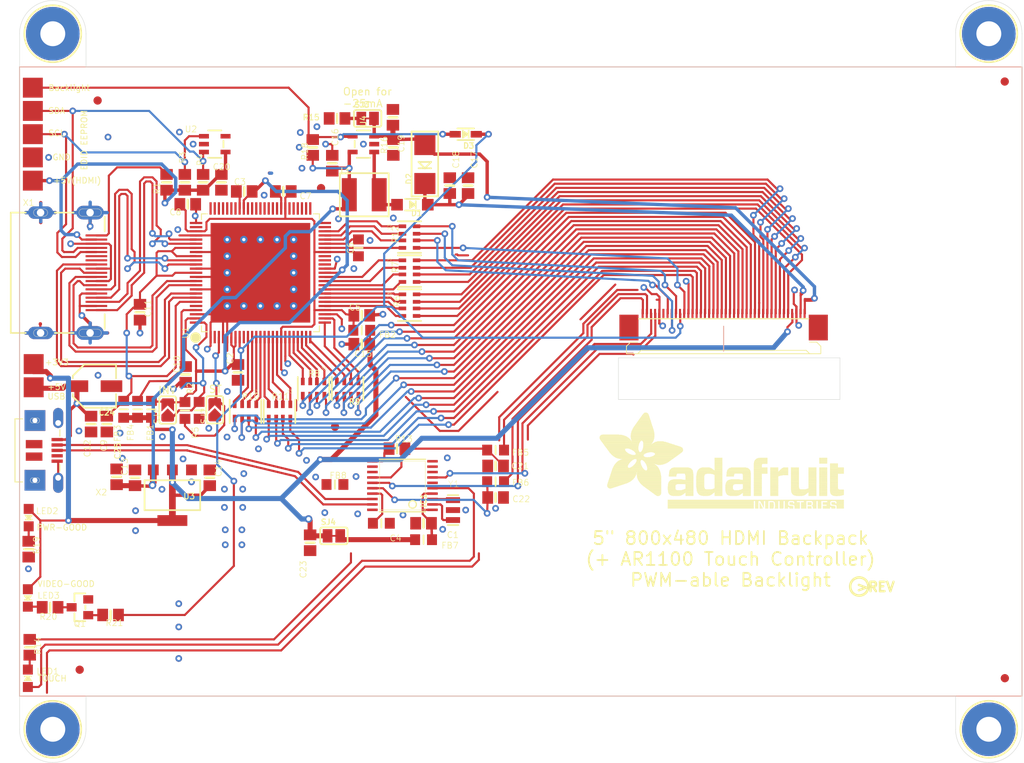
<source format=kicad_pcb>
(kicad_pcb (version 20211014) (generator pcbnew)
  (layers (0 "F.Cu" signal) (31 "B.Cu" signal) (34 "B.Paste" user) (35 "F.Paste" user) (36 "B.SilkS" user "B.Silkscreen") (37 "F.SilkS" user "F.Silkscreen") (38 "B.Mask" user) (39 "F.Mask" user) (44 "Edge.Cuts" user))
  (net 0 "")
  (net 1 "GND")
  (net 2 "N$1")
  (net 3 "N$2")
  (net 4 "N$3")
  (net 5 "N$4")
  (net 6 "N$5")
  (net 7 "N$6")
  (net 8 "N$7")
  (net 9 "N$8")
  (net 10 "N$9")
  (net 11 "N$38")
  (net 12 "N$42")
  (net 13 "VDD")
  (net 14 "VDDIO")
  (net 15 "OCK_INV")
  (net 16 "ST")
  (net 17 "PWRDN_O")
  (net 18 "PWRDN")
  (net 19 "ASD")
  (net 20 "ZXC")
  (net 21 "XCV")
  (net 22 "CVB")
  (net 23 "CTL3")
  (net 24 "CTL2")
  (net 25 "CTL1")
  (net 26 "AVDD")
  (net 27 "SCL")
  (net 28 "SDA")
  (net 29 "VIN")
  (net 30 "5.0V")
  (net 31 "D+")
  (net 32 "D-")
  (net 33 "N$10")
  (net 34 "N$11")
  (net 35 "N$12")
  (net 36 "N$14")
  (net 37 "N$15")
  (net 38 "N$16")
  (net 39 "N$17")
  (net 40 "N$18")
  (net 41 "N$19")
  (net 42 "N$20")
  (net 43 "N$21")
  (net 44 "N$22")
  (net 45 "N$23")
  (net 46 "N$24")
  (net 47 "N$25")
  (net 48 "N$26")
  (net 49 "N$27")
  (net 50 "N$28")
  (net 51 "N$29")
  (net 52 "N$30")
  (net 53 "N$31")
  (net 54 "N$32")
  (net 55 "N$33")
  (net 56 "N$34")
  (net 57 "N$35")
  (net 58 "N$36")
  (net 59 "N$39")
  (net 60 "R0")
  (net 61 "R1")
  (net 62 "R2")
  (net 63 "R3")
  (net 64 "R4")
  (net 65 "R5")
  (net 66 "R6")
  (net 67 "R7")
  (net 68 "G0")
  (net 69 "G1")
  (net 70 "G2")
  (net 71 "G3")
  (net 72 "G4")
  (net 73 "G5")
  (net 74 "G6")
  (net 75 "G7")
  (net 76 "B0")
  (net 77 "B1")
  (net 78 "B2")
  (net 79 "B3")
  (net 80 "B4")
  (net 81 "B5")
  (net 82 "B6")
  (net 83 "B7")
  (net 84 "VSYNC")
  (net 85 "HSYNC")
  (net 86 "PIXCLK")
  (net 87 "DISPEN")
  (net 88 "ACTIVE")
  (net 89 "X+")
  (net 90 "Y+")
  (net 91 "X-")
  (net 92 "Y-")
  (net 93 "N$40")
  (net 94 "N$41")
  (net 95 "N$43")
  (net 96 "N$47")
  (net 97 "N$52")
  (net 98 "LEDK")
  (net 99 "24V")
  (net 100 "N$13")
  (net 101 "N$45")
  (net 102 "N$46")
  (net 103 "N$48")
  (net 104 "N$53")
  (net 105 "N$54")
  (net 106 "AGND")
  (net 107 "N$55")
  (net 108 "AVDD2")
  (net 109 "N$49")
  (footprint "boardEagle:SOLDERJUMPER_ARROW_NOPASTE" (layer "F.Cu") (at 105.9891 108.438758 90)
    (fp_text reference "SJ1")
    (fp_text value "")
  )
  (footprint "boardEagle:RESONATOR-SMD" (layer "F.Cu") (at 140.3371 120.495758 90)
    (fp_text reference "Y1")
    (fp_text value "12MHz")
  )
  (footprint "boardEagle:1X01_SMD_MASKHELD_2X2MM" (layer "F.Cu") (at 89.7511 80.803758)
    (fp_text reference "JP3" hide)
    (fp_text value "" hide)
  )
  (footprint "boardEagle:1X01_SMD_MASKHELD_2X2MM" (layer "F.Cu") (at 89.7511 78.003758)
    (fp_text reference "GND0" hide)
    (fp_text value "" hide)
  )
  (footprint "boardEagle:0805-NO" (layer "F.Cu") (at 114.4511 103.903758 -90)
    (fp_text reference "C2")
    (fp_text value "0.1uF")
  )
  (footprint "boardEagle:FIDUCIAL_1MM" (layer "F.Cu") (at 95.3901 139.728758)
    (fp_text reference "FID5" hide)
    (fp_text value "FIDUCIAL\"\"" hide)
  )
  (footprint "boardEagle:SOD-123" (layer "F.Cu") (at 135.4511 83.703758 180)
    (fp_text reference "D1")
    (fp_text value "MBR0540")
  )
  (footprint "boardEagle:0805-NO" (layer "F.Cu") (at 99.8351 116.487758 90)
    (fp_text reference "C25")
    (fp_text value "1uF")
  )
  (footprint "boardEagle:FIDUCIAL_1MM" (layer "F.Cu") (at 126.1311 110.453758)
    (fp_text reference "FID2" hide)
    (fp_text value "FIDUCIAL\"\"" hide)
  )
  (footprint "boardEagle:0805-NO" (layer "F.Cu") (at 139.9511 81.403758 90)
    (fp_text reference "C18")
    (fp_text value "1uF")
  )
  (footprint "boardEagle:1X01_SMD_MASKHELD_2X2MM" (layer "F.Cu") (at 89.7511 75.203758)
    (fp_text reference "JP4" hide)
    (fp_text value "" hide)
  )
  (footprint "boardEagle:RESPACK_4X0603" (layer "F.Cu") (at 135.1011 91.703758 -90)
    (fp_text reference "R7")
    (fp_text value "33")
  )
  (footprint "boardEagle:0805-NO" (layer "F.Cu") (at 89.3741 137.021758 90)
    (fp_text reference "R14")
    (fp_text value "1K")
  )
  (footprint "boardEagle:0805-NO" (layer "F.Cu") (at 111.0511 116.603758 90)
    (fp_text reference "C14")
    (fp_text value "10uF")
  )
  (footprint "boardEagle:PANASONIC_C" (layer "F.Cu") (at 97.1681 105.565758 180)
    (fp_text reference "C24")
    (fp_text value "100uF/6V")
  )
  (footprint "boardEagle:0805-NO" (layer "F.Cu") (at 115.2011 82.103758 180)
    (fp_text reference "C3")
    (fp_text value "0.1uF")
  )
  (footprint "boardEagle:RESPACK_4X0603" (layer "F.Cu") (at 135.1011 95.803758 -90)
    (fp_text reference "R6")
    (fp_text value "33")
  )
  (footprint "boardEagle:SOT23-5" (layer "F.Cu") (at 111.6511 76.403758 -90)
    (fp_text reference "U2")
    (fp_text value "24LC02BT-I/OT" hide)
  )
  (footprint "boardEagle:0805-NO" (layer "F.Cu") (at 110.2511 81.003758 -90)
    (fp_text reference "R4")
    (fp_text value "10K")
  )
  (footprint "boardEagle:MOUNTINGHOLE_3.0_PLATED" (layer "F.Cu") (at 204.8511 146.903758)
    (fp_text reference "U$33" hide)
    (fp_text value "MOUNTINGHOLE3.0" hide)
  )
  (footprint "boardEagle:FIDUCIAL_1MM" (layer "F.Cu") (at 97.5491 71.148758)
    (fp_text reference "FID4" hide)
    (fp_text value "FIDUCIAL\"\"" hide)
  )
  (footprint "boardEagle:0805-NO" (layer "F.Cu") (at 133.5921 113.092758 180)
    (fp_text reference "R13")
    (fp_text value "10K")
  )
  (footprint "boardEagle:_0805MP" (layer "F.Cu") (at 145.4661 117.073758)
    (fp_text reference "FB6")
    (fp_text value "Ferrite")
  )
  (footprint "boardEagle:_0805MP" (layer "F.Cu") (at 136.7921 124.060758 180)
    (fp_text reference "FB7")
    (fp_text value "Ferrite")
  )
  (footprint "boardEagle:SOLDERJUMPER_CLOSEDWIRE" (layer "F.Cu") (at 130.0611 73.307758)
    (fp_text reference "SJ3")
    (fp_text value "-25mA")
  )
  (footprint "boardEagle:INDUCTOR_5X5MM_NR5040_NOTHERMALS" (layer "F.Cu") (at 129.6511 82.503758)
    (fp_text reference "L1")
    (fp_text value "15uH")
  )
  (footprint "boardEagle:CHIPLED_0805_NOOUTLINE" (layer "F.Cu") (at 89.1511 140.758758)
    (fp_text reference "LED1")
    (fp_text value "Red")
  )
  (footprint "boardEagle:SMADIODE" (layer "F.Cu") (at 136.9511 78.803758 90)
    (fp_text reference "D2")
    (fp_text value "MM3Z24VT1G")
  )
  (footprint "boardEagle:0805-NO" (layer "F.Cu") (at 129.3511 97.030758)
    (fp_text reference "C5")
    (fp_text value "0.1u")
  )
  (footprint "boardEagle:0805-NO" (layer "F.Cu") (at 98.6601 110.131758 -90)
    (fp_text reference "C9")
    (fp_text value "0.1uF")
  )
  (footprint "boardEagle:_0805MP" (layer "F.Cu") (at 126.1241 117.410758)
    (fp_text reference "FB8")
    (fp_text value "Ferrite")
  )
  (footprint "boardEagle:0805-NO" (layer "F.Cu") (at 123.1341 124.430758 -90)
    (fp_text reference "C23")
    (fp_text value "0.1uF")
  )
  (footprint "boardEagle:0805-NO" (layer "F.Cu") (at 129.3511 100.503758 180)
    (fp_text reference "C15")
    (fp_text value "10uF")
  )
  (footprint "boardEagle:_0805MP" (layer "F.Cu") (at 131.7121 122.082758)
    (fp_text reference "C4")
    (fp_text value "0.1uF")
  )
  (footprint "boardEagle:0805-NO" (layer "F.Cu") (at 119.9011 82.103758 180)
    (fp_text reference "C7")
    (fp_text value "0.1uF")
  )
  (footprint "boardEagle:0805-NO" (layer "F.Cu") (at 112.4511 81.003758 -90)
    (fp_text reference "C20")
    (fp_text value "0.1uF")
  )
  (footprint "boardEagle:CHIPLED_0805_NOOUTLINE" (layer "F.Cu") (at 89.2511 121.403758 180)
    (fp_text reference "LED2")
    (fp_text value "Green")
  )
  (footprint "boardEagle:_0805MP" (layer "F.Cu") (at 128.9511 88.903758 90)
    (fp_text reference "C6")
    (fp_text value "0.1uF")
  )
  (footprint "boardEagle:4UCONN_20329" (layer "F.Cu") (at 91.9011 113.303758 -90)
    (fp_text reference "X2")
    (fp_text value "MicroUSB")
    (fp_line (start 3.3 2.2) (end 3.3 1.6) (layer "Edge.Cuts") (width 0.05))
    (fp_line (start -3.3 1.6) (end -3.3 2.2) (layer "Edge.Cuts") (width 0.05))
    (fp_line (start -3.9 2.2) (end -3.9 1.6) (layer "Edge.Cuts") (width 0.05))
    (fp_line (start 3.9 1.6) (end 3.9 2.2) (layer "Edge.Cuts") (width 0.05))
    (fp_arc (start -3.3 2.2) (mid -3.398223 2.387132) (end -3.6 2.45) (layer "Edge.Cuts") (width 0.05))
    (fp_arc (start -3.6 2.45) (mid -3.801777 2.387132) (end -3.9 2.2) (layer "Edge.Cuts") (width 0.05))
    (fp_arc (start 3.6 2.45) (mid 3.398223 2.387132) (end 3.3 2.2) (layer "Edge.Cuts") (width 0.05))
    (fp_arc (start 3.3 1.6) (mid 3.398223 1.412868) (end 3.6 1.35) (layer "Edge.Cuts") (width 0.05))
    (fp_arc (start -3.6 1.35) (mid -3.398223 1.412868) (end -3.3 1.6) (layer "Edge.Cuts") (width 0.05))
    (fp_arc (start -3.9 1.6) (mid -3.801777 1.412868) (end -3.6 1.35) (layer "Edge.Cuts") (width 0.05))
    (fp_arc (start 3.6 1.35) (mid 3.801777 1.412868) (end 3.9 1.6) (layer "Edge.Cuts") (width 0.05))
    (fp_arc (start 3.9 2.2) (mid 3.801777 2.387132) (end 3.6 2.45) (layer "Edge.Cuts") (width 0.05))
  )
  (footprint "boardEagle:_0805MP" (layer "F.Cu") (at 108.0661 108.492758 -90)
    (fp_text reference "R2")
    (fp_text value "10K")
  )
  (footprint "boardEagle:PCBFEAT-REV-056" (layer "F.Cu") (at 189.2511 129.703758)
    (fp_text reference "U$76" hide)
    (fp_text value "" hide)
  )
  (footprint "boardEagle:_0805MP" (layer "F.Cu") (at 129.3511 98.830758 180)
    (fp_text reference "FB2")
    (fp_text value "Ferrite")
  )
  (footprint "boardEagle:FIDUCIAL_1MM" (layer "F.Cu") (at 206.7691 68.862758)
    (fp_text reference "FID6" hide)
    (fp_text value "FIDUCIAL\"\"" hide)
  )
  (footprint "boardEagle:_0805MP" (layer "F.Cu") (at 102.3601 108.353758 90)
    (fp_text reference "FB4")
    (fp_text value "Ferrite")
  )
  (footprint "boardEagle:ADAFRUIT_TEXT_30MM" (layer "F.Cu") (at 157.7471 120.297758)
    (fp_text reference "U$75" hide)
    (fp_text value "" hide)
  )
  (footprint "boardEagle:0805-NO" (layer "F.Cu") (at 105.8511 81.003758 -90)
    (fp_text reference "R1")
    (fp_text value "10K")
  )
  (footprint "boardEagle:RESPACK_4X0603" (layer "F.Cu") (at 127.6511 105.853758 180)
    (fp_text reference "R9")
    (fp_text value "33")
  )
  (footprint "boardEagle:FIDUCIAL_1MM" (layer "F.Cu") (at 124.4511 81.703758)
    (fp_text reference "FID1" hide)
    (fp_text value "FIDUCIAL\"\"" hide)
  )
  (footprint "boardEagle:_0805MP" (layer "F.Cu") (at 100.6871 108.353758 90)
    (fp_text reference "FB3")
    (fp_text value "Ferrite")
  )
  (footprint "boardEagle:CHIPLED_0805_NOOUTLINE" (layer "F.Cu") (at 89.1511 131.081258 180)
    (fp_text reference "LED3")
    (fp_text value "Blue")
  )
  (footprint "boardEagle:_0805MP" (layer "F.Cu") (at 145.4661 113.263758)
    (fp_text reference "FB5")
    (fp_text value "Ferrite")
  )
  (footprint "boardEagle:0805-NO" (layer "F.Cu") (at 89.2511 125.203758 -90)
    (fp_text reference "R19")
    (fp_text value "1K")
  )
  (footprint "boardEagle:_0805MP" (layer "F.Cu") (at 104.0331 108.353758 90)
    (fp_text reference "FB1")
    (fp_text value "Ferrite")
  )
  (footprint "boardEagle:0805-NO" (layer "F.Cu") (at 108.0511 81.003758 -90)
    (fp_text reference "R3")
    (fp_text value "10K")
  )
  (footprint "boardEagle:MOUNTINGHOLE_3.0_PLATED" (layer "F.Cu") (at 92.1511 63.103758)
    (fp_text reference "U$31" hide)
    (fp_text value "MOUNTINGHOLE3.0" hide)
  )
  (footprint "boardEagle:_0805MP" (layer "F.Cu") (at 109.7701 108.480758 90)
    (fp_text reference "R5")
    (fp_text value "10K")
  )
  (footprint "boardEagle:0805-NO" (layer "F.Cu") (at 142.1511 81.403758 90)
    (fp_text reference "C17")
    (fp_text value "1uF")
  )
  (footprint "boardEagle:SOLDERJUMPER_CLOSEDWIRE" (layer "F.Cu") (at 125.9971 123.599758)
    (fp_text reference "SJ4")
    (fp_text value "")
  )
  (footprint "boardEagle:0805-NO" (layer "F.Cu") (at 136.7921 122.082758)
    (fp_text reference "C1")
    (fp_text value "0.1uF")
  )
  (footprint "boardEagle:0805-NO" (layer "F.Cu") (at 126.3781 73.307758 180)
    (fp_text reference "R15")
    (fp_text value "12")
  )
  (footprint "boardEagle:1X01_SMD_MASKHELD_2X2MM" (layer "F.Cu") (at 89.7511 72.403758)
    (fp_text reference "JP5" hide)
    (fp_text value "" hide)
  )
  (footprint "boardEagle:0805-NO" (layer "F.Cu") (at 123.4511 76.803758 90)
    (fp_text reference "R18")
    (fp_text value "10K")
  )
  (footprint "boardEagle:1X01_SMD_MASKHELD_2X2MM" (layer "F.Cu") (at 89.8511 102.903758)
    (fp_text reference "JP7" hide)
    (fp_text value "" hide)
  )
  (footprint "boardEagle:0805-NO" (layer "F.Cu") (at 125.8011 78.703758 -90)
    (fp_text reference "C16")
    (fp_text value "10uF")
  )
  (footprint "boardEagle:0805-NO" (layer "F.Cu") (at 102.6511 96.653758 -90)
    (fp_text reference "C11")
    (fp_text value "0.1uF")
  )
  (footprint "boardEagle:1X01_SMD_MASKHELD_2X2MM" (layer "F.Cu") (at 89.7511 69.603758)
    (fp_text reference "BACKLITEPWM0" hide)
    (fp_text value "" hide)
  )
  (footprint "boardEagle:TSSOP20-5.3MMBODY" (layer "F.Cu") (at 134.2521 117.537758 90)
    (fp_text reference "IC1")
    (fp_text value "AR1100")
  )
  (footprint "boardEagle:0805-NO" (layer "F.Cu") (at 145.4661 115.168758 180)
    (fp_text reference "C21")
    (fp_text value "0.01uF")
  )
  (footprint "boardEagle:RESPACK_4X0603" (layer "F.Cu") (at 135.1011 87.603758 -90)
    (fp_text reference "R12")
    (fp_text value "33")
  )
  (footprint "boardEagle:SOT23-WIDE" (layer "F.Cu") (at 95.4191 132.205758 90)
    (fp_text reference "Q1")
    (fp_text value "BSS138")
  )
  (footprint "boardEagle:MOUNTINGHOLE_3.0_PLATED" (layer "F.Cu") (at 92.1511 146.903758)
    (fp_text reference "U$34" hide)
    (fp_text value "MOUNTINGHOLE3.0" hide)
  )
  (footprint "boardEagle:RESPACK_4X0603" (layer "F.Cu") (at 119.4511 108.603758 180)
    (fp_text reference "R11")
    (fp_text value "33")
  )
  (footprint "boardEagle:0805-NO" (layer "F.Cu") (at 96.7601 110.131758 -90)
    (fp_text reference "C12")
    (fp_text value "10uF")
  )
  (footprint "boardEagle:MOUNTINGHOLE_3.0_PLATED" (layer "F.Cu") (at 204.8511 63.103758)
    (fp_text reference "U$32" hide)
    (fp_text value "MOUNTINGHOLE3.0" hide)
  )
  (footprint "boardEagle:0805-NO" (layer "F.Cu") (at 133.1511 76.803758 -90)
    (fp_text reference "C19")
    (fp_text value "0.1uF")
  )
  (footprint "boardEagle:SOT223-R" (layer "F.Cu") (at 106.5511 118.703758 180)
    (fp_text reference "U3")
    (fp_text value "LT1117(3V3)")
  )
  (footprint "boardEagle:0805-NO" (layer "F.Cu") (at 108.1511 104.153758 -90)
    (fp_text reference "C10")
    (fp_text value "0.1uF")
  )
  (footprint "boardEagle:1X01_SMD_MASKHELD_2X2MM" (layer "F.Cu") (at 89.8511 105.703758)
    (fp_text reference "JP6" hide)
    (fp_text value "" hide)
  )
  (footprint "boardEagle:HDMI_MOLEX_47151-0001_DIMLAYER" (layer "F.Cu") (at 97.4011 91.903758 -90)
    (fp_text reference "X1")
    (fp_text value "47151-0001" hide)
    (fp_line (start 7.7 6.32) (end 7.7 7.12) (layer "Edge.Cuts") (width 0.05))
    (fp_line (start 7.7 1.65) (end 7.7 -0.15) (layer "Edge.Cuts") (width 0.05))
    (fp_line (start 6.8 -0.15) (end 6.8 1.65) (layer "Edge.Cuts") (width 0.05))
    (fp_line (start -7.7 -0.15) (end -7.7 1.65) (layer "Edge.Cuts") (width 0.05))
    (fp_line (start -6.8 1.65) (end -6.8 -0.15) (layer "Edge.Cuts") (width 0.05))
    (fp_line (start -7.7 7.12) (end -7.7 6.32) (layer "Edge.Cuts") (width 0.05))
    (fp_line (start 6.8 7.12) (end 6.8 6.32) (layer "Edge.Cuts") (width 0.05))
    (fp_line (start -6.8 6.32) (end -6.8 7.12) (layer "Edge.Cuts") (width 0.05))
    (fp_arc (start 7.25 5.87) (mid 7.568198 6.001802) (end 7.7 6.32) (layer "Edge.Cuts") (width 0.05))
    (fp_arc (start -7.7 -0.15) (mid -7.568197 -0.468198) (end -7.249999 -0.599999) (layer "Edge.Cuts") (width 0.05))
    (fp_arc (start -7.7 6.32) (mid -7.568198 6.001802) (end -7.25 5.87) (layer "Edge.Cuts") (width 0.05))
    (fp_arc (start -7.25 2.1) (mid -7.568198 1.968198) (end -7.7 1.65) (layer "Edge.Cuts") (width 0.05))
    (fp_arc (start -6.8 7.12) (mid -6.931802 7.438198) (end -7.25 7.57) (layer "Edge.Cuts") (width 0.05))
    (fp_arc (start -7.25 7.57) (mid -7.568198 7.438198) (end -7.7 7.12) (layer "Edge.Cuts") (width 0.05))
    (fp_arc (start 7.25 7.57) (mid 6.931802 7.438198) (end 6.8 7.12) (layer "Edge.Cuts") (width 0.05))
    (fp_arc (start -7.25 -0.6) (mid -6.931801 -0.468198) (end -6.799999 -0.149999) (layer "Edge.Cuts") (width 0.05))
    (fp_arc (start -6.8 1.65) (mid -6.931802 1.968198) (end -7.25 2.1) (layer "Edge.Cuts") (width 0.05))
    (fp_arc (start 6.8 -0.15) (mid 6.931803 -0.468198) (end 7.250001 -0.599999) (layer "Edge.Cuts") (width 0.05))
    (fp_arc (start 7.7 1.65) (mid 7.568198 1.968198) (end 7.25 2.1) (layer "Edge.Cuts") (width 0.05))
    (fp_arc (start 7.25 -0.6) (mid 7.568199 -0.468198) (end 7.700001 -0.149999) (layer "Edge.Cuts") (width 0.05))
    (fp_arc (start 7.25 2.1) (mid 6.931802 1.968198) (end 6.8 1.65) (layer "Edge.Cuts") (width 0.05))
    (fp_arc (start 6.8 6.32) (mid 6.931802 6.001802) (end 7.25 5.87) (layer "Edge.Cuts") (width 0.05))
    (fp_arc (start 7.7 7.12) (mid 7.568198 7.438198) (end 7.25 7.57) (layer "Edge.Cuts") (width 0.05))
    (fp_arc (start -7.25 5.87) (mid -6.931802 6.001802) (end -6.8 6.32) (layer "Edge.Cuts") (width 0.05))
  )
  (footprint "boardEagle:0805-NO" (layer "F.Cu") (at 99.1081 133.132758 180)
    (fp_text reference "R21")
    (fp_text value "1K")
  )
  (footprint "boardEagle:0805-NO" (layer "F.Cu") (at 102.0511 116.603758 90)
    (fp_text reference "C13")
    (fp_text value "10uF")
  )
  (footprint "boardEagle:0805-NO" (layer "F.Cu") (at 91.8286 132.205758)
    (fp_text reference "R20")
    (fp_text value "1K")
  )
  (footprint "boardEagle:0805-NO" (layer "F.Cu") (at 145.4661 118.978758)
    (fp_text reference "C22")
    (fp_text value "0.01uF")
  )
  (footprint "boardEagle:0805-NO" (layer "F.Cu") (at 108.4011 83.653758)
    (fp_text reference "C8")
    (fp_text value "0.1uF")
  )
  (footprint "boardEagle:S-PQFP-G100" (layer "F.Cu") (at 117.1511 91.903758)
    (fp_text reference "U1")
    (fp_text value "TFP401")
  )
  (footprint "boardEagle:0805-NO" (layer "F.Cu") (at 133.1051 73.175758 90)
    (fp_text reference "R16")
    (fp_text value "12")
  )
  (footprint "boardEagle:SOLDERJUMPER_ARROW_NOPASTE" (layer "F.Cu") (at 111.6521 108.407758 90)
    (fp_text reference "SJ2")
    (fp_text value "")
  )
  (footprint "boardEagle:RESPACK_4X0603" (layer "F.Cu") (at 123.5511 105.853758 180)
    (fp_text reference "R8")
    (fp_text value "33")
  )
  (footprint "boardEagle:SOT23-5" (layer "F.Cu") (at 129.5511 76.403758 90)
    (fp_text reference "U4")
    (fp_text value "FAN5333BSX")
  )
  (footprint "boardEagle:SOD-323" (layer "F.Cu") (at 141.8721 75.212758 180)
    (fp_text reference "D3")
    (fp_text value "1N4148")
  )
  (footprint "boardEagle:FIDUCIAL_1MM" (layer "F.Cu") (at 206.7811 140.749758)
    (fp_text reference "FID3" hide)
    (fp_text value "FIDUCIAL\"\"" hide)
  )
  (footprint "boardEagle:RESPACK_4X0603" (layer "F.Cu") (at 115.3511 108.603758 180)
    (fp_text reference "R10")
    (fp_text value "33")
  )
  (footprint "boardEagle:TFTLCD-KD50G21-40NT-A1" (layer "B.Cu") (at 208.8511 142.903758 180)
    (fp_text reference "J1" hide)
    (fp_text value "TFTLCD-KD50G21-40NT-A1" hide)
  )
  (gr_line (start 96.1511 63.103758) (end 96.1511 67.103758) (layer "Edge.Cuts") (width 0.05))
  (gr_arc (start 92.1511 59.103758) (mid 94.979527 60.275331) (end 96.1511 63.103758) (layer "Edge.Cuts") (width 0.05))
  (gr_line (start 96.1511 146.903758) (end 96.1511 142.903758) (layer "Edge.Cuts") (width 0.05))
  (gr_arc (start 92.1511 150.903758) (mid 89.322673 149.732185) (end 88.1511 146.903758) (layer "Edge.Cuts") (width 0.05))
  (gr_line (start 160.2591 102.151758) (end 186.9291 102.151758) (layer "Edge.Cuts") (width 0.05))
  (gr_line (start 96.1511 142.903758) (end 200.8511 142.903758) (layer "Edge.Cuts") (width 0.05))
  (gr_arc (start 204.8511 150.903758) (mid 202.022673 149.732185) (end 200.8511 146.903758) (layer "Edge.Cuts") (width 0.05))
  (gr_arc (start 200.8511 63.003758) (mid 202.043384 60.225331) (end 204.8511 59.103758) (layer "Edge.Cuts") (width 0.05))
  (gr_arc (start 96.1511 146.903758) (mid 94.979527 149.732185) (end 92.1511 150.903758) (layer "Edge.Cuts") (width 0.05))
  (gr_line (start 160.2591 107.173758) (end 186.9291 107.173758) (layer "Edge.Cuts") (width 0.05))
  (gr_line (start 208.8511 63.103758) (end 208.8511 146.903758) (layer "Edge.Cuts") (width 0.05))
  (gr_arc (start 208.8511 146.903758) (mid 207.679527 149.732185) (end 204.8511 150.903758) (layer "Edge.Cuts") (width 0.05))
  (gr_line (start 186.9291 107.173758) (end 186.9291 102.151758) (layer "Edge.Cuts") (width 0.05))
  (gr_line (start 200.8511 146.903758) (end 200.8511 142.903758) (layer "Edge.Cuts") (width 0.05))
  (gr_arc (start 88.1511 63.103758) (mid 89.322673 60.275331) (end 92.1511 59.103758) (layer "Edge.Cuts") (width 0.05))
  (gr_arc (start 204.8511 59.103758) (mid 207.679527 60.275331) (end 208.8511 63.103758) (layer "Edge.Cuts") (width 0.05))
  (gr_line (start 160.2591 102.151758) (end 160.2591 107.173758) (layer "Edge.Cuts") (width 0.05))
  (gr_line (start 88.1511 63.103758) (end 88.1511 146.903758) (layer "Edge.Cuts") (width 0.05))
  (gr_line (start 200.8511 67.103758) (end 96.1511 67.103758) (layer "Edge.Cuts") (width 0.05))
  (gr_line (start 200.8511 63.003758) (end 200.8511 67.103758) (layer "Edge.Cuts") (width 0.05))
  (gr_text "Backlight" (at 91.570912 70.048996) (layer "F.SilkS") (effects (font (size 0.715264 0.715264) (thickness 0.097536)) (justify left bottom)))
  (gr_text "+3V3" (at 91.1511 103.103758) (layer "F.SilkS") (effects (font (size 0.715264 0.715264) (thickness 0.097536)) (justify left bottom)))
  (gr_text "+5V\nUSB" (at 91.4511 107.219758) (layer "F.SilkS") (effects (font (size 0.715264 0.715264) (thickness 0.097536)) (justify left bottom)))
  (gr_text "ST" (at 110.8841 106.454758) (layer "F.SilkS") (effects (font (size 0.89408 0.89408) (thickness 0.12192)) (justify left bottom)))
  (gr_text "SDA" (at 91.5511 72.803758) (layer "F.SilkS") (effects (font (size 0.715264 0.715264) (thickness 0.097536)) (justify left bottom)))
  (gr_text "INV" (at 104.7881 106.581758) (layer "F.SilkS") (effects (font (size 0.89408 0.89408) (thickness 0.12192)) (justify left bottom)))
  (gr_text "SCL" (at 91.5511 75.503758) (layer "F.SilkS") (effects (font (size 0.715264 0.715264) (thickness 0.097536)) (justify left bottom)))
  (gr_text "PWR-GOOD" (at 90.1511 123.003758) (layer "F.SilkS") (effects (font (size 0.715264 0.715264) (thickness 0.097536)) (justify left bottom)))
  (gr_text "+5V(HDMI)" (at 92.1511 81.203758) (layer "F.SilkS") (effects (font (size 0.715264 0.715264) (thickness 0.097536)) (justify left bottom)))
  (gr_text "GND" (at 92.0511 78.403758) (layer "F.SilkS") (effects (font (size 0.715264 0.715264) (thickness 0.097536)) (justify left bottom)))
  (gr_text "VIDEO-GOOD" (at 90.2511 129.803758) (layer "F.SilkS") (effects (font (size 0.715264 0.715264) (thickness 0.097536)) (justify left bottom)))
  (gr_text "TOUCH" (at 90.2511 141.203758) (layer "F.SilkS") (effects (font (size 0.715264 0.715264) (thickness 0.097536)) (justify left bottom)))
  (gr_text "EDID EEPROM" (at 96.3511 79.603758 90) (layer "F.SilkS") (effects (font (size 0.715264 0.715264) (thickness 0.097536)) (justify left bottom)))
  (gr_text "Open for\n-25mA" (at 127.0131 72.037758) (layer "F.SilkS") (effects (font (size 0.89408 0.89408) (thickness 0.12192)) (justify left bottom)))
  (gr_text "5\" 800x480 HDMI Backpack\n(+ AR1100 Touch Controller)\nPWM-able Backlight" (at 173.7491 126.393758) (layer "F.SilkS") (effects (font (size 1.56464 1.56464) (thickness 0.21336))))
  (segment (start 127.6351 88.403758) (end 128.1511 87.887758) (width 0.254) (layer "F.Cu") (net 1))
  (segment (start 97.4011 95.903758) (end 95.4011 95.903758) (width 0.25) (layer "F.Cu") (net 1))
  (segment (start 130.4011 96.919758) (end 130.3011 97.030758) (width 0.25) (layer "F.Cu") (net 1))
  (segment (start 107.4391 105.169758) (end 106.6741 105.903758) (width 0.4) (layer "F.Cu") (net 1))
  (segment (start 95.4011 95.903758) (end 95.4011 96.803758) (width 0.25) (layer "F.Cu") (net 1))
  (segment (start 140.9511 89.803758) (end 140.8511 89.703758) (width 0.254) (layer "F.Cu") (net 1))
  (segment (start 113.1511 99.653758) (end 113.1511 96.653758) (width 0.25) (layer "F.Cu") (net 1))
  (segment (start 96.6411 99.153758) (end 96.6411 98.043758) (width 0.3048) (layer "F.Cu") (net 1))
  (segment (start 111.1511 99.653758) (end 111.1511 97.903758) (width 0.25) (layer "F.Cu") (net 1))
  (segment (start 128.4011 100.503758) (end 126.9511 100.503758) (width 0.4) (layer "F.Cu") (net 1))
  (segment (start 125.8011 77.753758) (end 125.8011 76.553758) (width 0.254) (layer "F.Cu") (net 1))
  (segment (start 168.6991 96.833758) (end 168.6991 93.213758) (width 0.254) (layer "F.Cu") (net 1))
  (segment (start 118.2351 79.887758) (end 118.2511 79.903758) (width 0.4) (layer "F.Cu") (net 1))
  (segment (start 90.7011 83.453758) (end 90.7011 85.853758) (width 0.4064) (layer "F.Cu") (net 1))
  (segment (start 96.6511 99.153758) (end 98.7511 99.153758) (width 0.4064) (layer "F.Cu") (net 1))
  (segment (start 120.1511 101.953758) (end 120.1511 102.553758) (width 0.254) (layer "F.Cu") (net 1))
  (segment (start 112.6511 87.403758) (end 113.1511 87.903758) (width 0.25) (layer "F.Cu") (net 1))
  (segment (start 96.6411 98.043758) (end 95.6511 97.053758) (width 0.4) (layer "F.Cu") (net 1))
  (segment (start 113.1511 91.903758) (end 117.1511 91.903758) (width 0.25) (layer "F.Cu") (net 1))
  (segment (start 112.6511 89.403758) (end 113.1511 89.903758) (width 0.25) (layer "F.Cu") (net 1))
  (segment (start 96.6411 86.293758) (end 96.6511 86.303758) (width 0.4) (layer "F.Cu") (net 1))
  (segment (start 97.4011 92.903758) (end 98.9011 92.903758) (width 0.25) (layer "F.Cu") (net 1))
  (segment (start 109.4011 89.403758) (end 112.6511 89.403758) (width 0.25) (layer "F.Cu") (net 1))
  (segment (start 181.6991 97.979758) (end 181.9631 98.243758) (width 0.254) (layer "F.Cu") (net 1))
  (segment (start 109.4011 91.403758) (end 112.6511 91.403758) (width 0.25) (layer "F.Cu") (net 1))
  (segment (start 95.4011 94.653758) (end 95.4011 95.903758) (width 0.25) (layer "F.Cu") (net 1))
  (segment (start 121.4511 107.253758) (end 121.4511 108.503758) (width 0.254) (layer "F.Cu") (net 1))
  (segment (start 109.4011 96.903758) (end 112.1511 96.903758) (width 0.25) (layer "F.Cu") (net 1))
  (segment (start 120.1511 99.653758) (end 120.1511 101.953758) (width 0.25) (layer "F.Cu") (net 1))
  (segment (start 110.7511 101.103758) (end 111.1511 100.703758) (width 0.254) (layer "F.Cu") (net 1))
  (segment (start 95.6511 94.403758) (end 95.4011 94.653758) (width 0.25) (layer "F.Cu") (net 1))
  (segment (start 165.1991 95.151758) (end 164.8591 95.151758) (width 0.254) (layer "F.Cu") (net 1))
  (segment (start 92.8011 114.728758) (end 92.8011 116.603758) (width 0.254) (layer "F.Cu") (net 1))
  (segment (start 109.4011 93.903758) (end 113.1511 93.903758) (width 0.25) (layer "F.Cu") (net 1))
  (segment (start 97.4011 88.403758) (end 94.3011 88.403758) (width 0.25) (layer "F.Cu") (net 1))
  (segment (start 109.4011 92.403758) (end 112.6511 92.403758) (width 0.25) (layer "F.Cu") (net 1))
  (segment (start 95.4011 96.803758) (end 95.6511 97.053758) (width 0.25) (layer "F.Cu") (net 1))
  (segment (start 165.1991 94.813758) (end 164.8591 94.473758) (width 0.254) (layer "F.Cu") (net 1))
  (segment (start 181.6991 95.989758) (end 181.6711 95.989758) (width 0.254) (layer "F.Cu") (net 1))
  (segment (start 181.6991 94.213758) (end 181.4591 93.973758) (width 0.254) (layer "F.Cu") (net 1))
  (segment (start 107.4011 87.403758) (end 109.4011 87.403758) (width 0.25) (layer "F.Cu") (net 1))
  (segment (start 126.3511 96.903758) (end 126.9511 97.503758) (width 0.25) (layer "F.Cu") (net 1))
  (segment (start 126.9511 97.503758) (end 126.9511 98.653758) (width 0.25) (layer "F.Cu") (net 1))
  (segment (start 125.6511 76.403758) (end 124.7511 76.403758) (width 0.254) (layer "F.Cu") (net 1))
  (segment (start 98.9011 88.403758) (end 97.4011 88.403758) (width 0.25) (layer "F.Cu") (net 1))
  (segment (start 112.6511 99.653758) (end 112.6511 96.403758) (width 0.254) (layer "F.Cu") (net 1))
  (segment (start 102.6511 97.603758) (end 102.6511 99.153758) (width 0.4) (layer "F.Cu") (net 1))
  (segment (start 119.6511 82.869758) (end 118.9511 82.103758) (width 0.254) (layer "F.Cu") (net 1))
  (segment (start 130.3011 97.030758) (end 131.9011 96.903758) (width 0.4) (layer "F.Cu") (net 1))
  (segment (start 108.1511 105.103758) (end 107.4391 105.169758) (width 0.4) (layer "F.Cu") (net 1))
  (segment (start 88.9011 99.153758) (end 90.6511 99.153758) (width 0.4064) (layer "F.Cu") (net 1))
  (segment (start 112.6511 91.403758) (end 113.1511 91.903758) (width 0.25) (layer "F.Cu") (net 1))
  (segment (start 165.1991 98.043758) (end 165.5861 98.297758) (width 0.254) (layer "F.Cu") (net 1))
  (segment (start 119.6511 83.153758) (end 119.6511 82.869758) (width 0.254) (layer "F.Cu") (net 1))
  (segment (start 140.8511 89.703758) (end 140.6511 89.703758) (width 0.254) (layer "F.Cu") (net 1))
  (segment (start 168.6711 96.803758) (end 168.6711 96.805758) (width 0.254) (layer "F.Cu") (net 1))
  (segment (start 114.6511 84.153758) (end 114.6511 82.569758) (width 0.254) (layer "F.Cu") (net 1))
  (segment (start 126.1011 91.403758) (end 126.4011 90.253758) (width 0.254) (layer "F.Cu") (net 1))
  (segment (start 138.7511 110.953758) (end 141.0011 110.953758) (width 0.254) (layer "F.Cu") (net 1))
  (segment (start 165.1711 98.009758) (end 165.5861 98.297758) (width 0.254) (layer "F.Cu") (net 1))
  (segment (start 112.6511 92.403758) (end 113.1511 91.903758) (width 0.25) (layer "F.Cu") (net 1))
  (segment (start 96.6411 84.653758) (end 96.6411 86.293758) (width 0.4064) (layer "F.Cu") (net 1))
  (segment (start 181.3691 95.659758) (end 181.3691 94.135758) (width 0.254) (layer "F.Cu") (net 1))
  (segment (start 181.6711 95.989758) (end 181.6711 96.803758) (width 0.254) (layer "F.Cu") (net 1))
  (segment (start 125.8011 76.553758) (end 125.6511 76.403758) (width 0.254) (layer "F.Cu") (net 1))
  (segment (start 97.4011 94.403758) (end 95.6511 94.403758) (width 0.25) (layer "F.Cu") (net 1))
  (segment (start 140.9511 89.803758) (end 142.1511 89.803758) (width 0.254) (layer "F.Cu") (net 1))
  (segment (start 164.8591 94.473758) (end 164.2591 94.473758) (width 0.254) (layer "F.Cu") (net 1))
  (segment (start 113.1511 99.653758) (end 113.1511 101.303758) (width 0.254) (layer "F.Cu") (net 1))
  (segment (start 113.1511 96.653758) (end 112.7761 96.278758) (width 0.25) (layer "F.Cu") (net 1))
  (segment (start 96.6511 97.953758) (end 96.6511 99.153758) (width 0.4064) (layer "F.Cu") (net 1))
  (segment (start 155.6851 97.520758) (end 159.8821 93.323758) (width 0.254) (layer "F.Cu") (net 1))
  (segment (start 165.1991 98.043758) (end 165.1991 95.151758) (width 0.254) (layer "F.Cu") (net 1))
  (segment (start 111.1511 97.903758) (end 112.1511 96.903758) (width 0.25) (layer "F.Cu") (net 1))
  (segment (start 90.6511 98.053758) (end 90.6511 98.103758) (width 0.4064) (layer "F.Cu") (net 1))
  (segment (start 112.1511 96.903758) (end 112.7761 96.278758) (width 0.25) (layer "F.Cu") (net 1))
  (segment (start 114.6511 82.569758) (end 114.2511 82.103758) (width 0.254) (layer "F.Cu") (net 1))
  (segment (start 119.6511 84.153758) (end 119.6511 83.153758) (width 0.25) (layer "F.Cu") (net 1))
  (segment (start 112.6511 96.403758) (end 113.1511 95.903758) (width 0.254) (layer "F.Cu") (net 1))
  (segment (start 141.0011 110.953758) (end 145.7011 106.253758) (width 0.254) (layer "F.Cu") (net 1))
  (segment (start 124.9011 96.903758) (end 126.3511 96.903758) (width 0.25) (layer "F.Cu") (net 1))
  (segment (start 109.4011 85.903758) (end 109.4011 83.669758) (width 0.25) (layer "F.Cu") (net 1))
  (segment (start 92.6761 114.603758) (end 92.8011 114.728758) (width 0.254) (layer "F.Cu") (net 1))
  (segment (start 99.1511 92.653758) (end 99.1511 91.403758) (width 0.25) (layer "F.Cu") (net 1))
  (segment (start 168.6991 93.213758) (end 168.4091 92.923758) (width 0.254) (layer "F.Cu") (net 1))
  (segment (start 164.2591 94.473758) (end 163.4591 93.673758) (width 0.254) (layer "F.Cu") (net 1))
  (segment (start 99.1511 91.403758) (end 97.4011 91.403758) (width 0.25) (layer "F.Cu") (net 1))
  (segment (start 109.4011 83.669758) (end 109.3511 83.653758) (width 0.25) (layer "F.Cu") (net 1))
  (segment (start 181.6991 95.989758) (end 181.3691 95.659758) (width 0.254) (layer "F.Cu") (net 1))
  (segment (start 168.6711 96.805758) (end 168.6991 96.833758) (width 0.254) (layer "F.Cu") (net 1))
  (segment (start 90.6511 99.153758) (end 90.6511 98.103758) (width 0.254) (layer "F.Cu") (net 1))
  (segment (start 128.1511 87.887758) (end 128.9511 87.887758) (width 0.254) (layer "F.Cu") (net 1))
  (segment (start 134.6511 106.853758) (end 138.7511 110.953758) (width 0.254) (layer "F.Cu") (net 1))
  (segment (start 120.1511 102.553758) (end 120.4511 102.853758) (width 0.254) (layer "F.Cu") (net 1))
  (segment (start 165.1711 96.803758) (end 165.1711 98.009758) (width 0.254) (layer "F.Cu") (net 1))
  (segment (start 181.6991 95.989758) (end 181.6991 97.979758) (width 0.254) (layer "F.Cu") (net 1))
  (segment (start 88.9011 84.653758) (end 92.4511 84.653758) (width 0.4064) (layer "F.Cu") (net 1))
  (segment (start 124.9011 91.403758) (end 126.1011 91.403758) (width 0.254) (layer "F.Cu") (net 1))
  (segment (start 112.7761 96.278758) (end 113.1511 95.903758) (width 0.25) (layer "F.Cu") (net 1))
  (segment (start 111.1511 100.703758) (end 111.1511 99.653758) (width 0.254) (layer "F.Cu") (net 1))
  (segment (start 99.1511 88.653758) (end 98.9011 88.403758) (width 0.25) (layer "F.Cu") (net 1))
  (segment (start 124.9011 88.403758) (end 127.6351 88.403758) (width 0.254) (layer "F.Cu") (net 1))
  (segment (start 99.1511 91.403758) (end 99.1511 88.653758) (width 0.25) (layer "F.Cu") (net 1))
  (segment (start 163.4591 93.673758) (end 163.3091 93.673758) (width 0.254) (layer "F.Cu") (net 1))
  (segment (start 165.1991 95.533758) (end 165.1991 94.813758) (width 0.254) (layer "F.Cu") (net 1))
  (segment (start 109.4011 87.403758) (end 112.6511 87.403758) (width 0.25) (layer "F.Cu") (net 1))
  (segment (start 98.9011 92.903758) (end 99.1511 92.653758) (width 0.25) (layer "F.Cu") (net 1))
  (via (at 95.2971 110.957758) (size 0.8064) (drill 0.4) (layers "F.Cu" "B.Cu") (net 1))
  (via (at 116.9131 113.113758) (size 0.8064) (drill 0.4) (layers "F.Cu" "B.Cu") (net 1))
  (via (at 107.3181 138.372758) (size 0.8064) (drill 0.4) (layers "F.Cu" "B.Cu") (net 1))
  (via (at 98.8011 75.553758) (size 0.8064) (drill 0.4) (layers "F.Cu" "B.Cu") (net 1))
  (via (at 107.8351 114.330758) (size 0.8064) (drill 0.4) (layers "F.Cu" "B.Cu") (net 1))
  (via (at 128.4011 91.403758) (size 0.8064) (drill 0.4) (layers "F.Cu" "B.Cu") (net 1))
  (via (at 120.4511 102.853758) (size 0.8064) (drill 0.4) (layers "F.Cu" "B.Cu") (net 1))
  (via (at 130.3511 88.003758) (size 0.8064) (drill 0.4) (layers "F.Cu" "B.Cu") (net 1))
  (via (at 163.3091 93.673758) (size 0.8064) (drill 0.4) (layers "F.Cu" "B.Cu") (net 1))
  (via (at 100.5271 114.253758) (size 0.8064) (drill 0.4) (layers "F.Cu" "B.Cu") (net 1))
  (via (at 115.1481 116.102758) (size 0.8064) (drill 0.4) (layers "F.Cu" "B.Cu") (net 1))
  (via (at 91.6511 78.003758) (size 0.8064) (drill 0.4) (layers "F.Cu" "B.Cu") (net 1))
  (via (at 114.9181 122.872758) (size 0.8064) (drill 0.4) (layers "F.Cu" "B.Cu") (net 1))
  (via (at 112.8181 120.172758) (size 0.8064) (drill 0.4) (layers "F.Cu" "B.Cu") (net 1))
  (via (at 112.9181 124.672758) (size 0.8064) (drill 0.4) (layers "F.Cu" "B.Cu") (net 1))
  (via (at 122.1511 79.303758) (size 0.8064) (drill 0.4) (layers "F.Cu" "B.Cu") (net 1))
  (via (at 97.6011 104.253758) (size 0.8064) (drill 0.4) (layers "F.Cu" "B.Cu") (net 1))
  (via (at 106.6741 105.903758) (size 0.8064) (drill 0.4) (layers "F.Cu" "B.Cu") (net 1))
  (via (at 96.6511 86.303758) (size 0.8064) (drill 0.4) (layers "F.Cu" "B.Cu") (net 1))
  (via (at 95.6511 97.053758) (size 0.8064) (drill 0.4) (layers "F.Cu" "B.Cu") (net 1))
  (via (at 121.9511 75.003758) (size 0.8064) (drill 0.4) (layers "F.Cu" "B.Cu") (net 1))
  (via (at 105.2951 117.992758) (size 0.8064) (drill 0.4) (layers "F.Cu" "B.Cu") (net 1))
  (via (at 112.8181 117.972758) (size 0.8064) (drill 0.4) (layers "F.Cu" "B.Cu") (net 1))
  (via (at 107.3181 131.772758) (size 0.8064) (drill 0.4) (layers "F.Cu" "B.Cu") (net 1))
  (via (at 94.3011 88.403758) (size 0.8064) (drill 0.4) (layers "F.Cu" "B.Cu") (net 1))
  (via (at 121.8241 76.781758) (size 0.8064) (drill 0.4) (layers "F.Cu" "B.Cu") (net 1))
  (via (at 107.2011 86.703758) (size 0.8064) (drill 0.4) (layers "F.Cu" "B.Cu") (net 1))
  (via (at 107.3181 134.572758) (size 0.8064) (drill 0.4) (layers "F.Cu" "B.Cu") (net 1))
  (via (at 115.0181 120.172758) (size 0.8064) (drill 0.4) (layers "F.Cu" "B.Cu") (net 1))
  (via (at 107.6331 111.653758) (size 0.8064) (drill 0.4) (layers "F.Cu" "B.Cu") (net 1))
  (via (at 105.3471 111.653758) (size 0.8064) (drill 0.4) (layers "F.Cu" "B.Cu") (net 1))
  (via (at 129.5511 76.403758) (size 0.8064) (drill 0.4) (layers "F.Cu" "B.Cu") (net 1))
  (via (at 108.8511 117.103758) (size 0.8064) (drill 0.4) (layers "F.Cu" "B.Cu") (net 1))
  (via (at 165.5861 98.297758) (size 0.8064) (drill 0.4) (layers "F.Cu" "B.Cu") (net 1))
  (via (at 100.2501 111.211758) (size 0.8064) (drill 0.4) (layers "F.Cu" "B.Cu") (net 1))
  (via (at 123.9511 74.303758) (size 0.8064) (drill 0.4) (layers "F.Cu" "B.Cu") (net 1))
  (via (at 113.1661 106.203758) (size 0.8064) (drill 0.4) (layers "F.Cu" "B.Cu") (net 1))
  (via (at 126.9511 100.503758) (size 0.8064) (drill 0.4) (layers "F.Cu" "B.Cu") (net 1))
  (via (at 126.5511 85.403758) (size 0.8064) (drill 0.4) (layers "F.Cu" "B.Cu") (net 1))
  (via (at 123.8011 116.507758) (size 0.8064) (drill 0.4) (layers "F.Cu" "B.Cu") (net 1))
  (via (at 117.6011 82.553758) (size 0.8064) (drill 0.4) (layers "F.Cu" "B.Cu") (net 1))
  (via (at 107.4011 74.953758) (size 0.8064) (drill 0.4) (layers "F.Cu" "B.Cu") (net 1))
  (via (at 109.0511 76.403758) (size 0.8064) (drill 0.4) (layers "F.Cu" "B.Cu") (net 1))
  (via (at 124.9991 76.400758) (size 0.8064) (drill 0.4) (layers "F.Cu" "B.Cu") (net 1))
  (via (at 124.9011 120.807758) (size 0.8064) (drill 0.4) (layers "F.Cu" "B.Cu") (net 1))
  (via (at 133.1511 85.303758) (size 0.8064) (drill 0.4) (layers "F.Cu" "B.Cu") (net 1))
  (via (at 114.9181 124.672758) (size 0.8064) (drill 0.4) (layers "F.Cu" "B.Cu") (net 1))
  (via (at 181.9631 98.243758) (size 0.8064) (drill 0.4) (layers "F.Cu" "B.Cu") (net 1))
  (via (at 126.4011 90.253758) (size 0.8064) (drill 0.4) (layers "F.Cu" "B.Cu") (net 1))
  (via (at 181.4591 93.973758) (size 0.8064) (drill 0.4) (layers "F.Cu" "B.Cu") (net 1))
  (via (at 102.6511 99.153758) (size 0.8064) (drill 0.4) (layers "F.Cu" "B.Cu") (net 1))
  (via (at 89.2181 127.572758) (size 0.8064) (drill 0.4) (layers "F.Cu" "B.Cu") (net 1))
  (via (at 168.4091 92.923758) (size 0.8064) (drill 0.4) (layers "F.Cu" "B.Cu") (net 1))
  (via (at 113.1321 111.692758) (size 0.8064) (drill 0.4) (layers "F.Cu" "B.Cu") (net 1))
  (via (at 110.7511 101.103758) (size 0.8064) (drill 0.4) (layers "F.Cu" "B.Cu") (net 1))
  (via (at 112.9181 122.872758) (size 0.8064) (drill 0.4) (layers "F.Cu" "B.Cu") (net 1))
  (via (at 131.9011 96.903758) (size 0.8064) (drill 0.4) (layers "F.Cu" "B.Cu") (net 1))
  (via (at 102.1181 120.572758) (size 0.8064) (drill 0.4) (layers "F.Cu" "B.Cu") (net 1))
  (via (at 115.0181 117.972758) (size 0.8064) (drill 0.4) (layers "F.Cu" "B.Cu") (net 1))
  (via (at 109.3011 85.053758) (size 0.8064) (drill 0.4) (layers "F.Cu" "B.Cu") (net 1))
  (via (at 122.7011 114.507758) (size 0.8064) (drill 0.4) (layers "F.Cu" "B.Cu") (net 1))
  (via (at 110.9351 110.637758) (size 0.8064) (drill 0.4) (layers "F.Cu" "B.Cu") (net 1))
  (via (at 126.9511 98.653758) (size 0.8064) (drill 0.4) (layers "F.Cu" "B.Cu") (net 1))
  (via (at 102.1181 122.972758) (size 0.8064) (drill 0.4) (layers "F.Cu" "B.Cu") (net 1))
  (segment (start 96.6511 86.503758) (end 96.5511 86.603758) (width 0.4) (layer "B.Cu") (net 1))
  (segment (start 90.7011 83.553758) (end 90.7011 85.753758) (width 0.4064) (layer "B.Cu") (net 1))
  (segment (start 118.2511 79.903758) (end 118.5011 79.903758) (width 0.4) (layer "B.Cu") (net 1))
  (segment (start 102.6511 99.153758) (end 102.6511 99.403758) (width 0.4) (layer "B.Cu") (net 1))
  (segment (start 92.4011 84.653758) (end 88.9011 84.653758) (width 0.4064) (layer "B.Cu") (net 1))
  (segment (start 131.9011 96.903758) (end 131.6511 96.903758) (width 0.4) (layer "B.Cu") (net 1))
  (segment (start 96.6511 97.953758) (end 96.6511 100.353758) (width 0.4064) (layer "B.Cu") (net 1))
  (segment (start 94.6511 84.653758) (end 98.7011 84.653758) (width 0.4064) (layer "B.Cu") (net 1))
  (segment (start 96.6511 83.403758) (end 96.6511 85.753758) (width 0.4064) (layer "B.Cu") (net 1))
  (segment (start 96.6511 86.303758) (end 96.6511 86.503758) (width 0.4) (layer "B.Cu") (net 1))
  (segment (start 88.9011 99.153758) (end 92.5011 99.153758) (width 0.4064) (layer "B.Cu") (net 1))
  (segment (start 94.4011 99.153758) (end 98.7011 99.153758) (width 0.4064) (layer "B.Cu") (net 1))
  (segment (start 95.9011 91.903758) (end 95.4011 91.403758) (width 0.25) (layer "F.Cu") (net 2))
  (segment (start 93.4011 102.653758) (end 104.9011 102.653758) (width 0.25) (layer "F.Cu") (net 2))
  (segment (start 105.6511 95.153758) (end 106.4011 94.403758) (width 0.25) (layer "F.Cu") (net 2))
  (segment (start 93.1511 102.403758) (end 93.4011 102.653758) (width 0.25) (layer "F.Cu") (net 2))
  (segment (start 93.1511 91.903758) (end 93.1511 102.403758) (width 0.25) (layer "F.Cu") (net 2))
  (segment (start 95.4011 91.403758) (end 93.6511 91.403758) (width 0.25) (layer "F.Cu") (net 2))
  (segment (start 97.4011 91.903758) (end 95.9011 91.903758) (width 0.25) (layer "F.Cu") (net 2))
  (segment (start 104.9011 102.653758) (end 105.6511 101.903758) (width 0.25) (layer "F.Cu") (net 2))
  (segment (start 105.6511 101.903758) (end 105.6511 95.153758) (width 0.25) (layer "F.Cu") (net 2))
  (segment (start 93.6511 91.403758) (end 93.1511 91.903758) (width 0.25) (layer "F.Cu") (net 2))
  (segment (start 106.4011 94.403758) (end 109.4011 94.403758) (width 0.25) (layer "F.Cu") (net 2))
  (segment (start 93.4011 90.903758) (end 92.6511 91.653758) (width 0.25) (layer "F.Cu") (net 3))
  (segment (start 97.4011 90.903758) (end 93.4011 90.903758) (width 0.25) (layer "F.Cu") (net 3))
  (segment (start 93.1511 103.153758) (end 105.1511 103.153758) (width 0.25) (layer "F.Cu") (net 3))
  (segment (start 106.1511 95.403758) (end 106.6511 94.903758) (width 0.25) (layer "F.Cu") (net 3))
  (segment (start 109.4011 94.903758) (end 106.6511 94.903758) (width 0.25) (layer "F.Cu") (net 3))
  (segment (start 105.1511 103.153758) (end 106.1511 102.153758) (width 0.25) (layer "F.Cu") (net 3))
  (segment (start 106.1511 102.153758) (end 106.1511 95.403758) (width 0.25) (layer "F.Cu") (net 3))
  (segment (start 92.6511 91.653758) (end 92.6511 102.653758) (width 0.25) (layer "F.Cu") (net 3))
  (segment (start 92.6511 102.653758) (end 93.1511 103.153758) (width 0.25) (layer "F.Cu") (net 3))
  (segment (start 94.6511 93.403758) (end 95.1511 92.903758) (width 0.25) (layer "F.Cu") (net 4))
  (segment (start 94.6511 100.403758) (end 94.6511 93.403758) (width 0.25) (layer "F.Cu") (net 4))
  (segment (start 95.1511 92.903758) (end 95.4011 92.903758) (width 0.25) (layer "F.Cu") (net 4))
  (segment (start 103.9011 100.903758) (end 95.1511 100.903758) (width 0.25) (layer "F.Cu") (net 4))
  (segment (start 104.1511 94.653758) (end 104.1511 100.653758) (width 0.25) (layer "F.Cu") (net 4))
  (segment (start 95.1511 100.903758) (end 94.6511 100.403758) (width 0.25) (layer "F.Cu") (net 4))
  (segment (start 109.4011 92.903758) (end 105.9011 92.903758) (width 0.25) (layer "F.Cu") (net 4))
  (segment (start 105.9011 92.903758) (end 104.1511 94.653758) (width 0.25) (layer "F.Cu") (net 4))
  (segment (start 95.4011 92.903758) (end 95.9011 93.403758) (width 0.25) (layer "F.Cu") (net 4))
  (segment (start 104.1511 100.653758) (end 103.9011 100.903758) (width 0.25) (layer "F.Cu") (net 4))
  (segment (start 95.9011 93.403758) (end 97.4011 93.403758) (width 0.25) (layer "F.Cu") (net 4))
  (segment (start 97.4011 92.403758) (end 94.9011 92.403758) (width 0.25) (layer "F.Cu") (net 5))
  (segment (start 94.1511 93.153758) (end 94.1511 100.653758) (width 0.25) (layer "F.Cu") (net 5))
  (segment (start 106.1511 93.403758) (end 109.4011 93.403758) (width 0.25) (layer "F.Cu") (net 5))
  (segment (start 104.6511 94.903758) (end 106.1511 93.403758) (width 0.25) (layer "F.Cu") (net 5))
  (segment (start 104.6511 100.903758) (end 104.6511 94.903758) (width 0.25) (layer "F.Cu") (net 5))
  (segment (start 94.1511 100.653758) (end 94.9011 101.403758) (width 0.25) (layer "F.Cu") (net 5))
  (segment (start 104.1511 101.403758) (end 94.9011 101.403758) (width 0.25) (layer "F.Cu") (net 5))
  (segment (start 94.9011 92.403758) (end 94.1511 93.153758) (width 0.25) (layer "F.Cu") (net 5))
  (segment (start 104.1511 101.403758) (end 104.6511 100.903758) (width 0.25) (layer "F.Cu") (net 5))
  (segment (start 100.4011 82.403758) (end 100.9011 82.403758) (width 0.25) (layer "F.Cu") (net 6))
  (segment (start 99.1511 94.903758) (end 100.1511 93.903758) (width 0.25) (layer "F.Cu") (net 6))
  (segment (start 101.1511 82.653758) (end 101.1511 90.153758) (width 0.25) (layer "F.Cu") (net 6))
  (segment (start 105.9011 90.403758) (end 105.6511 90.153758) (width 0.25) (layer "F.Cu") (net 6))
  (segment (start 97.4011 94.903758) (end 99.1511 94.903758) (width 0.25) (layer "F.Cu") (net 6))
  (segment (start 100.9011 82.403758) (end 101.1511 82.653758) (width 0.25) (layer "F.Cu") (net 6))
  (segment (start 100.1511 93.903758) (end 100.1511 82.653758) (width 0.25) (layer "F.Cu") (net 6))
  (segment (start 100.1511 82.653758) (end 100.4011 82.403758) (width 0.25) (layer "F.Cu") (net 6))
  (segment (start 109.4011 90.403758) (end 105.9011 90.403758) (width 0.25) (layer "F.Cu") (net 6))
  (via (at 101.1511 90.153758) (size 0.8064) (drill 0.4) (layers "F.Cu" "B.Cu") (net 6))
  (via (at 105.6511 90.153758) (size 0.8064) (drill 0.4) (layers "F.Cu" "B.Cu") (net 6))
  (segment (start 105.6511 90.153758) (end 101.1511 90.153758) (width 0.25) (layer "B.Cu") (net 6))
  (segment (start 102.0011 90.553758) (end 101.1511 91.403758) (width 0.25) (layer "F.Cu") (net 7))
  (segment (start 102.0011 89.403758) (end 102.0011 90.553758) (width 0.25) (layer "F.Cu") (net 7))
  (segment (start 105.6511 91.353758) (end 106.1011 90.903758) (width 0.25) (layer "F.Cu") (net 7))
  (segment (start 109.4011 90.903758) (end 106.1011 90.903758) (width 0.25) (layer "F.Cu") (net 7))
  (segment (start 99.1511 93.903758) (end 99.6511 93.403758) (width 0.25) (layer "F.Cu") (net 7))
  (segment (start 100.1511 81.903758) (end 101.1511 81.903758) (width 0.25) (layer "F.Cu") (net 7))
  (segment (start 101.1511 81.903758) (end 101.6511 82.403758) (width 0.25) (layer "F.Cu") (net 7))
  (segment (start 105.6511 91.403758) (end 105.6511 91.353758) (width 0.25) (layer "F.Cu") (net 7))
  (segment (start 101.6511 89.053758) (end 102.0011 89.403758) (width 0.25) (layer "F.Cu") (net 7))
  (segment (start 99.6511 82.403758) (end 100.1511 81.903758) (width 0.25) (layer "F.Cu") (net 7))
  (segment (start 97.4011 93.903758) (end 99.1511 93.903758) (width 0.25) (layer "F.Cu") (net 7))
  (segment (start 99.6511 93.403758) (end 99.6511 82.403758) (width 0.25) (layer "F.Cu") (net 7))
  (segment (start 101.6511 82.403758) (end 101.6511 89.053758) (width 0.25) (layer "F.Cu") (net 7))
  (via (at 105.6511 91.403758) (size 0.8064) (drill 0.4) (layers "F.Cu" "B.Cu") (net 7))
  (via (at 101.1511 91.403758) (size 0.8064) (drill 0.4) (layers "F.Cu" "B.Cu") (net 7))
  (segment (start 104.9011 90.653758) (end 101.9011 90.653758) (width 0.25) (layer "B.Cu") (net 7))
  (segment (start 105.6511 91.403758) (end 104.9011 90.653758) (width 0.25) (layer "B.Cu") (net 7))
  (segment (start 101.1511 91.403758) (end 101.9011 90.653758) (width 0.25) (layer "B.Cu") (net 7))
  (segment (start 103.1511 91.903758) (end 103.1511 81.153758) (width 0.25) (layer "F.Cu") (net 8))
  (segment (start 103.4011 80.903758) (end 103.9011 80.903758) (width 0.25) (layer "F.Cu") (net 8))
  (segment (start 104.1511 81.153758) (end 104.1511 87.153758) (width 0.25) (layer "F.Cu") (net 8))
  (segment (start 99.9011 96.403758) (end 101.6511 94.653758) (width 0.25) (layer "F.Cu") (net 8))
  (segment (start 103.9011 80.903758) (end 104.1511 81.153758) (width 0.25) (layer "F.Cu") (net 8))
  (segment (start 106.292518 87.903758) (end 106.1511 87.76234) (width 0.25) (layer "F.Cu") (net 8))
  (segment (start 103.1511 81.153758) (end 103.4011 80.903758) (width 0.25) (layer "F.Cu") (net 8))
  (segment (start 109.4011 87.903758) (end 106.292518 87.903758) (width 0.25) (layer "F.Cu") (net 8))
  (segment (start 101.6511 93.403758) (end 103.1511 91.903758) (width 0.25) (layer "F.Cu") (net 8))
  (segment (start 97.4011 96.403758) (end 99.9011 96.403758) (width 0.25) (layer "F.Cu") (net 8))
  (segment (start 101.6511 94.653758) (end 101.6511 93.403758) (width 0.25) (layer "F.Cu") (net 8))
  (segment (start 106.1511 87.76234) (end 106.1511 87.203758) (width 0.25) (layer "F.Cu") (net 8))
  (via (at 104.1511 87.153758) (size 0.8064) (drill 0.4) (layers "F.Cu" "B.Cu") (net 8))
  (via (at 106.1511 87.203758) (size 0.8064) (drill 0.4) (layers "F.Cu" "B.Cu") (net 8))
  (segment (start 104.1511 87.153758) (end 104.5011 87.503758) (width 0.254) (layer "B.Cu") (net 8))
  (segment (start 104.5011 87.503758) (end 105.8511 87.503758) (width 0.254) (layer "B.Cu") (net 8))
  (segment (start 105.8511 87.503758) (end 106.1511 87.203758) (width 0.254) (layer "B.Cu") (net 8))
  (segment (start 103.1511 80.403758) (end 104.1511 80.403758) (width 0.25) (layer "F.Cu") (net 9))
  (segment (start 105.1511 86.703758) (end 105.1511 87.403758) (width 0.25) (layer "F.Cu") (net 9))
  (segment (start 102.6511 80.903758) (end 103.1511 80.403758) (width 0.25) (layer "F.Cu") (net 9))
  (segment (start 104.1511 80.403758) (end 104.6511 80.903758) (width 0.25) (layer "F.Cu") (net 9))
  (segment (start 101.1511 94.403758) (end 101.1511 93.153758) (width 0.25) (layer "F.Cu") (net 9))
  (segment (start 97.4011 95.403758) (end 100.1511 95.403758) (width 0.25) (layer "F.Cu") (net 9))
  (segment (start 105.1511 87.403758) (end 104.1511 88.403758) (width 0.25) (layer "F.Cu") (net 9))
  (segment (start 101.1511 93.153758) (end 102.6511 91.653758) (width 0.25) (layer "F.Cu") (net 9))
  (segment (start 104.6511 80.903758) (end 104.6511 86.203758) (width 0.25) (layer "F.Cu") (net 9))
  (segment (start 100.1511 95.403758) (end 101.1511 94.403758) (width 0.25) (layer "F.Cu") (net 9))
  (segment (start 102.6511 91.653758) (end 102.6511 80.903758) (width 0.25) (layer "F.Cu") (net 9))
  (segment (start 104.6511 86.203758) (end 105.1511 86.703758) (width 0.25) (layer "F.Cu") (net 9))
  (segment (start 105.6511 88.403758) (end 109.4011 88.403758) (width 0.25) (layer "F.Cu") (net 9))
  (via (at 105.6511 88.403758) (size 0.8064) (drill 0.4) (layers "F.Cu" "B.Cu") (net 9))
  (via (at 104.1511 88.403758) (size 0.8064) (drill 0.4) (layers "F.Cu" "B.Cu") (net 9))
  (segment (start 104.1511 88.403758) (end 104.4511 88.103758) (width 0.254) (layer "B.Cu") (net 9))
  (segment (start 104.4511 88.103758) (end 105.3511 88.103758) (width 0.254) (layer "B.Cu") (net 9))
  (segment (start 105.3511 88.103758) (end 105.6511 88.403758) (width 0.254) (layer "B.Cu") (net 9))
  (segment (start 98.9011 80.203758) (end 99.9011 79.203758) (width 0.254) (layer "F.Cu") (net 10))
  (segment (start 105.0511 79.203758) (end 105.8351 79.987758) (width 0.254) (layer "F.Cu") (net 10))
  (segment (start 98.6511 87.403758) (end 98.9011 87.153758) (width 0.25) (layer "F.Cu") (net 10))
  (segment (start 97.4011 87.403758) (end 98.6511 87.403758) (width 0.25) (layer "F.Cu") (net 10))
  (segment (start 98.9011 84.437758) (end 98.9011 80.203758) (width 0.254) (layer "F.Cu") (net 10))
  (segment (start 99.9011 79.203758) (end 105.0511 79.203758) (width 0.254) (layer "F.Cu") (net 10))
  (segment (start 98.9011 87.153758) (end 98.9011 84.437758) (width 0.25) (layer "F.Cu") (net 10))
  (segment (start 105.8351 79.987758) (end 105.8511 80.053758) (width 0.254) (layer "F.Cu") (net 10))
  (segment (start 109.4011 96.403758) (end 107.9011 96.403758) (width 0.25) (layer "F.Cu") (net 11))
  (segment (start 102.3601 107.337758) (end 103.802346 104.970005) (width 0.254) (layer "F.Cu") (net 11))
  (segment (start 107.6511 96.653758) (end 107.6511 102.637758) (width 0.25) (layer "F.Cu") (net 11))
  (segment (start 107.9011 96.403758) (end 107.6511 96.653758) (width 0.25) (layer "F.Cu") (net 11))
  (segment (start 107.6511 102.637758) (end 108.1511 103.203758) (width 0.25) (layer "F.Cu") (net 11))
  (segment (start 106.088346 104.946512) (end 108.1511 103.203758) (width 0.254) (layer "F.Cu") (net 11))
  (segment (start 103.802346 104.970005) (end 106.088346 104.946512) (width 0.254) (layer "F.Cu") (net 11))
  (segment (start 108.1511 84.419758) (end 107.4511 83.653758) (width 0.254) (layer "F.Cu") (net 12))
  (segment (start 127.4511 96.903758) (end 128.4011 97.030758) (width 0.25) (layer "F.Cu") (net 12))
  (segment (start 119.6511 99.653758) (end 119.6511 98.603758) (width 0.254) (layer "F.Cu") (net 12))
  (segment (start 120.1511 84.153758) (end 120.1511 82.869758) (width 0.254) (layer "F.Cu") (net 12))
  (segment (start 124.9011 89.403758) (end 123.6511 89.403758) (width 0.25) (layer "F.Cu") (net 12))
  (segment (start 123.3511 98.403758) (end 123.6511 98.103758) (width 0.254) (layer "F.Cu") (net 12))
  (segment (start 119.6511 98.603758) (end 119.8511 98.403758) (width 0.254) (layer "F.Cu") (net 12))
  (segment (start 128.4351 89.403758) (end 128.9511 89.919758) (width 0.254) (layer "F.Cu") (net 12))
  (segment (start 124.9011 96.403758) (end 126.9511 96.403758) (width 0.25) (layer "F.Cu") (net 12))
  (segment (start 107.4011 83.669758) (end 107.4511 83.653758) (width 0.25) (layer "F.Cu") (net 12))
  (segment (start 110.6511 85.803758) (end 110.6511 86.703758) (width 0.25) (layer "F.Cu") (net 12))
  (segment (start 120.1511 85.403758) (end 111.0511 85.403758) (width 0.25) (layer "F.Cu") (net 12))
  (segment (start 124.9011 96.403758) (end 123.6511 96.403758) (width 0.25) (layer "F.Cu") (net 12))
  (segment (start 111.0511 85.403758) (end 110.6511 85.803758) (width 0.25) (layer "F.Cu") (net 12))
  (segment (start 126.9511 96.403758) (end 127.4511 96.903758) (width 0.25) (layer "F.Cu") (net 12))
  (segment (start 109.4011 86.903758) (end 108.4011 86.903758) (width 0.25) (layer "F.Cu") (net 12))
  (segment (start 119.8511 98.403758) (end 123.3511 98.403758) (width 0.254) (layer "F.Cu") (net 12))
  (segment (start 123.3511 85.403758) (end 120.1511 85.403758) (width 0.25) (layer "F.Cu") (net 12))
  (segment (start 110.4511 86.903758) (end 109.4011 86.903758) (width 0.25) (layer "F.Cu") (net 12))
  (segment (start 108.1511 86.653758) (end 108.1511 84.419758) (width 0.254) (layer "F.Cu") (net 12))
  (segment (start 128.4011 97.030758) (end 128.3351 98.830758) (width 0.25) (layer "F.Cu") (net 12))
  (segment (start 123.6511 96.403758) (end 123.6511 89.403758) (width 0.25) (layer "F.Cu") (net 12))
  (segment (start 120.1511 84.153758) (end 120.1511 85.403758) (width 0.25) (layer "F.Cu") (net 12))
  (segment (start 110.6511 86.703758) (end 110.4511 86.903758) (width 0.25) (layer "F.Cu") (net 12))
  (segment (start 123.6511 89.403758) (end 123.6511 85.703758) (width 0.25) (layer "F.Cu") (net 12))
  (segment (start 120.1511 82.869758) (end 120.8511 82.103758) (width 0.254) (layer "F.Cu") (net 12))
  (segment (start 123.6511 85.703758) (end 123.3511 85.403758) (width 0.25) (layer "F.Cu") (net 12))
  (segment (start 123.6511 98.103758) (end 123.6511 96.403758) (width 0.254) (layer "F.Cu") (net 12))
  (segment (start 119.6511 99.653758) (end 119.6511 103.553758) (width 0.254) (layer "F.Cu") (net 12))
  (segment (start 119.6511 103.553758) (end 120.0511 103.953758) (width 0.254) (layer "F.Cu") (net 12))
  (segment (start 127.7011 89.403758) (end 128.4351 89.403758) (width 0.254) (layer "F.Cu") (net 12))
  (segment (start 108.4011 86.903758) (end 108.1511 86.653758) (width 0.254) (layer "F.Cu") (net 12))
  (segment (start 128.3511 98.737758) (end 128.3351 98.830758) (width 0.25) (layer "F.Cu") (net 12))
  (segment (start 124.9011 89.403758) (end 127.7011 89.403758) (width 0.25) (layer "F.Cu") (net 12))
  (via (at 120.0511 103.953758) (size 0.8064) (drill 0.4) (layers "F.Cu" "B.Cu") (net 12))
  (segment (start 89.1511 130.031258) (end 90.6511 128.531258) (width 0.254) (layer "F.Cu") (net 13))
  (segment (start 89.8511 103.803758) (end 89.8511 102.903758) (width 0.6096) (layer "F.Cu") (net 13))
  (segment (start 91.3511 103.803758) (end 89.8511 103.803758) (width 0.6096) (layer "F.Cu") (net 13))
  (segment (start 100.6871 109.369758) (end 102.3601 109.369758) (width 0.6096) (layer "F.Cu") (net 13))
  (segment (start 123.1341 123.599758) (end 125.2351 123.599758) (width 0.6096) (layer "F.Cu") (net 13))
  (segment (start 122.9491 121.567758) (end 123.1341 121.752758) (width 0.6096) (layer "F.Cu") (net 13))
  (segment (start 125.6811 114.403758) (end 124.3511 114.403758) (width 0.6096) (layer "F.Cu") (net 13))
  (segment (start 181.1991 97.861758) (end 180.6071 98.453758) (width 0.254) (layer "F.Cu") (net 13))
  (segment (start 109.9671 118.703758) (end 106.5511 118.703758) (width 0.4064) (layer "F.Cu") (net 13))
  (segment (start 104.0331 109.369758) (end 104.0331 110.398758) (width 0.4064) (layer "F.Cu") (net 13))
  (segment (start 106.5511 121.753758) (end 106.5511 118.703758) (width 0.8128) (layer "F.Cu") (net 13))
  (segment (start 104.4071 110.772758) (end 106.5201 110.772758) (width 0.4064) (layer "F.Cu") (net 13))
  (segment (start 123.1341 121.752758) (end 123.1341 123.480758) (width 0.6096) (layer "F.Cu") (net 13))
  (segment (start 131.0511 109.033758) (end 131.0511 103.653758) (width 0.6096) (layer "F.Cu") (net 13))
  (segment (start 180.6071 99.003758) (end 180.6091 99.005758) (width 0.254) (layer "F.Cu") (net 13))
  (segment (start 130.3011 100.503758) (end 130.3671 98.830758) (width 0.254) (layer "F.Cu") (net 13))
  (segment (start 131.0511 109.033758) (end 125.6811 114.403758) (width 0.6096) (layer "F.Cu") (net 13))
  (segment (start 94.0371 121.753758) (end 90.6511 121.753758) (width 0.254) (layer "F.Cu") (net 13))
  (segment (start 104.0331 110.398758) (end 104.4071 110.772758) (width 0.4064) (layer "F.Cu") (net 13))
  (segment (start 130.3511 98.769758) (end 130.3671 98.830758) (width 0.4) (layer "F.Cu") (net 13))
  (segment (start 90.6511 121.753758) (end 89.2511 120.353758) (width 0.254) (layer "F.Cu") (net 13))
  (segment (start 180.6071 98.453758) (end 180.6071 99.003758) (width 0.254) (layer "F.Cu") (net 13))
  (segment (start 181.1991 96.803758) (end 181.1711 96.803758) (width 0.254) (layer "F.Cu") (net 13))
  (segment (start 91.8511 104.603758) (end 91.8511 104.303758) (width 0.6096) (layer "F.Cu") (net 13))
  (segment (start 94.0371 121.753758) (end 106.5511 121.753758) (width 0.6096) (layer "F.Cu") (net 13))
  (segment (start 106.5511 117.153758) (end 106.5511 115.653758) (width 0.8128) (layer "F.Cu") (net 13))
  (segment (start 123.1341 123.480758) (end 123.1341 123.599758) (width 0.6096) (layer "F.Cu") (net 13))
  (segment (start 181.1991 96.803758) (end 181.1991 97.861758) (width 0.254) (layer "F.Cu") (net 13))
  (segment (start 130.3671 102.969758) (end 131.0511 103.653758) (width 0.6096) (layer "F.Cu") (net 13))
  (segment (start 106.5201 110.772758) (end 106.5511 110.803758) (width 0.4064) (layer "F.Cu") (net 13))
  (segment (start 91.8511 104.303758) (end 91.3511 103.803758) (width 0.6096) (layer "F.Cu") (net 13))
  (segment (start 106.5511 118.703758) (end 106.5511 117.153758) (width 0.8128) (layer "F.Cu") (net 13))
  (segment (start 102.3601 109.369758) (end 104.0331 109.369758) (width 0.6096) (layer "F.Cu") (net 13))
  (segment (start 130.3011 100.503758) (end 130.3671 102.969758) (width 0.6096) (layer "F.Cu") (net 13))
  (segment (start 111.0511 117.553758) (end 109.9671 118.703758) (width 0.4064) (layer "F.Cu") (net 13))
  (segment (start 90.6511 128.531258) (end 90.6511 121.753758) (width 0.254) (layer "F.Cu") (net 13))
  (via (at 106.5511 117.153758) (size 0.8064) (drill 0.4) (layers "F.Cu" "B.Cu") (net 13))
  (via (at 106.5511 110.803758) (size 0.8064) (drill 0.4) (layers "F.Cu" "B.Cu") (net 13))
  (via (at 124.3511 114.403758) (size 0.8064) (drill 0.4) (layers "F.Cu" "B.Cu") (net 13))
  (via (at 94.0371 121.753758) (size 0.8064) (drill 0.4) (layers "F.Cu" "B.Cu") (net 13))
  (via (at 122.9491 121.567758) (size 0.9064) (drill 0.5) (layers "F.Cu" "B.Cu") (net 13))
  (via (at 91.8511 104.603758) (size 0.8064) (drill 0.4) (layers "F.Cu" "B.Cu") (net 13))
  (via (at 180.6091 99.005758) (size 0.8064) (drill 0.4) (layers "F.Cu" "B.Cu") (net 13))
  (segment (start 180.6091 99.005758) (end 178.9251 100.943758) (width 0.6096) (layer "B.Cu") (net 13))
  (segment (start 178.9251 100.943758) (end 156.5111 100.943758) (width 0.6096) (layer "B.Cu") (net 13))
  (segment (start 108.4511 119.103758) (end 106.5511 117.203758) (width 0.6096) (layer "B.Cu") (net 13))
  (segment (start 119.6511 119.103758) (end 124.3511 114.403758) (width 0.6096) (layer "B.Cu") (net 13))
  (segment (start 136.5901 111.838758) (end 145.6161 111.838758) (width 0.6096) (layer "B.Cu") (net 13))
  (segment (start 106.5511 110.803758) (end 106.5511 117.153758) (width 0.6096) (layer "B.Cu") (net 13))
  (segment (start 136.5901 111.838758) (end 134.0251 114.403758) (width 0.6096) (layer "B.Cu") (net 13))
  (segment (start 119.6511 119.103758) (end 108.4511 119.103758) (width 0.6096) (layer "B.Cu") (net 13))
  (segment (start 145.6161 111.838758) (end 156.5111 100.943758) (width 0.6096) (layer "B.Cu") (net 13))
  (segment (start 94.0371 104.603758) (end 91.8511 104.603758) (width 0.6096) (layer "B.Cu") (net 13))
  (segment (start 122.1151 121.567758) (end 122.9491 121.567758) (width 0.6096) (layer "B.Cu") (net 13))
  (segment (start 119.6511 119.103758) (end 122.1151 121.567758) (width 0.6096) (layer "B.Cu") (net 13))
  (segment (start 124.3511 114.403758) (end 134.0251 114.403758) (width 0.6096) (layer "B.Cu") (net 13))
  (segment (start 94.0371 121.753758) (end 94.0371 104.603758) (width 0.6096) (layer "B.Cu") (net 13))
  (segment (start 106.5511 117.203758) (end 106.5511 117.153758) (width 0.254) (layer "B.Cu") (net 13))
  (segment (start 109.4011 97.403758) (end 108.4011 97.403758) (width 0.25) (layer "F.Cu") (net 14))
  (segment (start 115.1511 83.169758) (end 116.1511 82.103758) (width 0.254) (layer "F.Cu") (net 14))
  (segment (start 113.6511 99.653758) (end 113.6511 100.603758) (width 0.25) (layer "F.Cu") (net 14))
  (segment (start 108.4711 106.454758) (end 108.0661 106.859758) (width 0.254) (layer "F.Cu") (net 14))
  (segment (start 109.4011 104.003758) (end 109.4511 103.749758) (width 0.254) (layer "F.Cu") (net 14))
  (segment (start 109.0001 106.454758) (end 108.4711 106.454758) (width 0.254) (layer "F.Cu") (net 14))
  (segment (start 114.1511 100.703758) (end 114.1511 99.653758) (width 0.25) (layer "F.Cu") (net 14))
  (segment (start 112.8971 103.749758) (end 113.6321 103.014758) (width 0.4064) (layer "F.Cu") (net 14))
  (segment (start 105.9891 107.422758) (end 104.1181 107.422758) (width 0.254) (layer "F.Cu") (net 14))
  (segment (start 113.6511 100.603758) (end 113.9511 100.903758) (width 0.25) (layer "F.Cu") (net 14))
  (segment (start 108.1511 101.153758) (end 109.4011 102.403758) (width 0.25) (layer "F.Cu") (net 14))
  (segment (start 108.0661 106.859758) (end 108.0661 107.476758) (width 0.254) (layer "F.Cu") (net 14))
  (segment (start 116.4511 82.103758) (end 117.7511 80.803758) (width 0.4064) (layer "F.Cu") (net 14))
  (segment (start 109.4011 102.403758) (end 109.4011 104.003758) (width 0.25) (layer "F.Cu") (net 14))
  (segment (start 109.4011 104.003758) (end 109.4011 106.053758) (width 0.254) (layer "F.Cu") (net 14))
  (segment (start 113.9511 100.903758) (end 114.1511 100.703758) (width 0.25) (layer "F.Cu") (net 14))
  (segment (start 109.4011 106.053758) (end 109.0001 106.454758) (width 0.254) (layer "F.Cu") (net 14))
  (segment (start 124.9011 91.903758) (end 126.6511 91.903758) (width 0.254) (layer "F.Cu") (net 14))
  (segment (start 112.8971 103.749758) (end 109.4511 103.749758) (width 0.4064) (layer "F.Cu") (net 14))
  (segment (start 113.9511 100.903758) (end 113.9511 102.887758) (width 0.254) (layer "F.Cu") (net 14))
  (segment (start 115.1511 84.153758) (end 115.1511 83.169758) (width 0.254) (layer "F.Cu") (net 14))
  (segment (start 116.1511 82.103758) (end 116.4511 82.103758) (width 0.4064) (layer "F.Cu") (net 14))
  (segment (start 105.9891 107.422758) (end 106.1091 107.542758) (width 0.254) (layer "F.Cu") (net 14))
  (segment (start 106.1091 107.542758) (end 108.0661 107.476758) (width 0.254) (layer "F.Cu") (net 14))
  (segment (start 104.1181 107.422758) (end 104.0331 107.337758) (width 0.254) (layer "F.Cu") (net 14))
  (segment (start 108.1511 97.653758) (end 108.1511 101.153758) (width 0.25) (layer "F.Cu") (net 14))
  (segment (start 113.6321 103.014758) (end 114.4511 102.953758) (width 0.4064) (layer "F.Cu") (net 14))
  (segment (start 108.4011 97.403758) (end 108.1511 97.653758) (width 0.25) (layer "F.Cu") (net 14))
  (segment (start 113.9511 102.887758) (end 114.4511 102.953758) (width 0.254) (layer "F.Cu") (net 14))
  (segment (start 126.6511 91.903758) (end 127.0011 91.553758) (width 0.254) (layer "F.Cu") (net 14))
  (via (at 112.8971 103.749758) (size 0.8064) (drill 0.4) (layers "F.Cu" "B.Cu") (net 14))
  (via (at 127.0011 91.553758) (size 0.8064) (drill 0.4) (layers "F.Cu" "B.Cu") (net 14))
  (via (at 117.7511 80.803758) (size 0.8064) (drill 0.4) (layers "F.Cu" "B.Cu") (net 14))
  (segment (start 112.8971 99.530758) (end 114.6511 97.903758) (width 0.4064) (layer "B.Cu") (net 14))
  (segment (start 127.6011 83.204893) (end 127.6011 90.953758) (width 0.4064) (layer "B.Cu") (net 14))
  (segment (start 127.6011 90.953758) (end 127.0011 91.553758) (width 0.4064) (layer "B.Cu") (net 14))
  (segment (start 119.0511 82.103758) (end 126.499965 82.103758) (width 0.4064) (layer "B.Cu") (net 14))
  (segment (start 112.8971 103.749758) (end 112.8971 99.530758) (width 0.4064) (layer "B.Cu") (net 14))
  (segment (start 126.499965 82.103758) (end 127.6011 83.204893) (width 0.4064) (layer "B.Cu") (net 14))
  (segment (start 117.7511 80.803758) (end 119.0511 82.103758) (width 0.4064) (layer "B.Cu") (net 14))
  (segment (start 120.6511 97.903758) (end 127.0011 91.553758) (width 0.4064) (layer "B.Cu") (net 14))
  (segment (start 114.6511 97.903758) (end 120.6511 97.903758) (width 0.4064) (layer "B.Cu") (net 14))
  (segment (start 110.3761 106.327758) (end 110.3761 105.328758) (width 0.254) (layer "F.Cu") (net 15))
  (segment (start 110.3761 105.328758) (end 110.2511 105.203758) (width 0.254) (layer "F.Cu") (net 15))
  (segment (start 106.4871 109.454758) (end 107.3281 108.486758) (width 0.254) (layer "F.Cu") (net 15))
  (segment (start 109.7701 107.464758) (end 109.7701 106.933758) (width 0.254) (layer "F.Cu") (net 15))
  (segment (start 109.7701 106.933758) (end 110.3761 106.327758) (width 0.254) (layer "F.Cu") (net 15))
  (segment (start 105.9891 109.454758) (end 106.4871 109.454758) (width 0.254) (layer "F.Cu") (net 15))
  (segment (start 110.6511 99.653758) (end 109.4011 100.903758) (width 0.25) (layer "F.Cu") (net 15))
  (segment (start 109.4011 97.903758) (end 110.4011 97.903758) (width 0.25) (layer "F.Cu") (net 15))
  (segment (start 110.6511 98.153758) (end 110.6511 99.653758) (width 0.25) (layer "F.Cu") (net 15))
  (segment (start 108.8751 108.486758) (end 109.7701 107.464758) (width 0.254) (layer "F.Cu") (net 15))
  (segment (start 110.4011 97.903758) (end 110.6511 98.153758) (width 0.25) (layer "F.Cu") (net 15))
  (segment (start 107.3281 108.486758) (end 108.8751 108.486758) (width 0.254) (layer "F.Cu") (net 15))
  (via (at 110.2511 105.203758) (size 0.8064) (drill 0.4) (layers "F.Cu" "B.Cu") (net 15))
  (via (at 109.4011 100.903758) (size 0.8064) (drill 0.4) (layers "F.Cu" "B.Cu") (net 15))
  (segment (start 109.4011 100.903758) (end 109.4011 101.353758) (width 0.254) (layer "B.Cu") (net 15))
  (segment (start 109.4011 101.353758) (end 110.2511 102.203758) (width 0.254) (layer "B.Cu") (net 15))
  (segment (start 110.2511 102.203758) (end 110.2511 105.203758) (width 0.254) (layer "B.Cu") (net 15))
  (segment (start 107.6511 105.826546) (end 108.273887 105.203758) (width 0.254) (layer "B.Cu") (net 15))
  (segment (start 108.273887 105.203758) (end 110.2511 105.203758) (width 0.254) (layer "B.Cu") (net 15))
  (segment (start 111.6461 111.534758) (end 112.7891 110.264758) (width 0.254) (layer "F.Cu") (net 16))
  (segment (start 111.8511 106.835758) (end 111.8511 105.203758) (width 0.254) (layer "F.Cu") (net 16))
  (segment (start 112.7891 110.264758) (end 112.7891 107.978758) (width 0.254) (layer "F.Cu") (net 16))
  (segment (start 112.1511 101.499758) (end 111.7511 101.899758) (width 0.254) (layer "F.Cu") (net 16))
  (segment (start 108.0661 110.367758) (end 109.2331 111.534758) (width 0.254) (layer "F.Cu") (net 16))
  (segment (start 112.1511 99.653758) (end 112.1511 101.499758) (width 0.254) (layer "F.Cu") (net 16))
  (segment (start 109.2331 111.534758) (end 111.6461 111.534758) (width 0.254) (layer "F.Cu") (net 16))
  (segment (start 111.7791 106.907758) (end 111.8511 106.835758) (width 0.254) (layer "F.Cu") (net 16))
  (segment (start 108.0661 109.508758) (end 108.0661 110.367758) (width 0.254) (layer "F.Cu") (net 16))
  (segment (start 112.4081 107.597758) (end 111.9851 107.597758) (width 0.254) (layer "F.Cu") (net 16))
  (segment (start 111.9851 107.597758) (end 111.6521 107.391758) (width 0.254) (layer "F.Cu") (net 16))
  (segment (start 111.6521 107.391758) (end 111.7791 106.907758) (width 0.254) (layer "F.Cu") (net 16))
  (segment (start 111.8511 106.887758) (end 111.8511 106.835758) (width 0.254) (layer "F.Cu") (net 16))
  (segment (start 112.7891 107.978758) (end 112.4081 107.597758) (width 0.254) (layer "F.Cu") (net 16))
  (via (at 111.7511 101.899758) (size 0.8064) (drill 0.4) (layers "F.Cu" "B.Cu") (net 16))
  (via (at 111.8511 105.203758) (size 0.8064) (drill 0.4) (layers "F.Cu" "B.Cu") (net 16))
  (segment (start 111.7511 105.103758) (end 111.8511 105.203758) (width 0.254) (layer "B.Cu") (net 16))
  (segment (start 111.7511 101.899758) (end 111.7511 105.103758) (width 0.254) (layer "B.Cu") (net 16))
  (segment (start 128.1511 86.903758) (end 130.5511 86.903758) (width 0.254) (layer "F.Cu") (net 19))
  (segment (start 131.6511 88.003758) (end 134.2511 88.003758) (width 0.254) (layer "F.Cu") (net 19))
  (segment (start 127.1511 87.903758) (end 128.1511 86.903758) (width 0.254) (layer "F.Cu") (net 19))
  (segment (start 124.9011 87.903758) (end 127.1511 87.903758) (width 0.254) (layer "F.Cu") (net 19))
  (segment (start 130.5511 86.903758) (end 131.6511 88.003758) (width 0.254) (layer "F.Cu") (net 19))
  (segment (start 124.9011 88.903758) (end 134.2511 88.903758) (width 0.254) (layer "F.Cu") (net 20))
  (segment (start 126.5511 86.903758) (end 127.7511 85.703758) (width 0.254) (layer "F.Cu") (net 21))
  (segment (start 131.7511 86.303758) (end 134.2511 86.303758) (width 0.254) (layer "F.Cu") (net 21))
  (segment (start 124.9011 86.903758) (end 126.5511 86.903758) (width 0.254) (layer "F.Cu") (net 21))
  (segment (start 131.1511 85.703758) (end 131.7511 86.303758) (width 0.254) (layer "F.Cu") (net 21))
  (segment (start 127.7511 85.703758) (end 131.1511 85.703758) (width 0.254) (layer "F.Cu") (net 21))
  (segment (start 130.8511 86.303758) (end 131.7511 87.203758) (width 0.254) (layer "F.Cu") (net 22))
  (segment (start 124.9011 87.403758) (end 126.8511 87.403758) (width 0.254) (layer "F.Cu") (net 22))
  (segment (start 131.7511 87.203758) (end 134.2511 87.203758) (width 0.254) (layer "F.Cu") (net 22))
  (segment (start 126.8511 87.403758) (end 127.9511 86.303758) (width 0.254) (layer "F.Cu") (net 22))
  (segment (start 127.9511 86.303758) (end 130.8511 86.303758) (width 0.254) (layer "F.Cu") (net 22))
  (segment (start 101.8511 96.103758) (end 102.6511 96.103758) (width 0.254) (layer "F.Cu") (net 26))
  (segment (start 106.9511 103.303758) (end 105.9011 104.353758) (width 0.25) (layer "F.Cu") (net 26))
  (segment (start 101.6131 106.327758) (end 101.6131 104.644758) (width 0.254) (layer "F.Cu") (net 26))
  (segment (start 104.6511 89.503758) (end 104.8511 89.303758) (width 0.25) (layer "F.Cu") (net 26))
  (segment (start 101.3511 96.603758) (end 101.0511 96.903758) (width 0.25) (layer "F.Cu") (net 26))
  (segment (start 101.6131 104.644758) (end 101.3221 104.353758) (width 0.254) (layer "F.Cu") (net 26))
  (segment (start 109.4011 91.903758) (end 106.9011 91.903758) (width 0.25) (layer "F.Cu") (net 26))
  (segment (start 104.6511 92.253758) (end 102.6511 94.253758) (width 0.25) (layer "F.Cu") (net 26))
  (segment (start 100.6871 107.337758) (end 100.6031 107.337758) (width 0.254) (layer "F.Cu") (net 26))
  (segment (start 106.5011 89.303758) (end 106.9011 88.903758) (width 0.25) (layer "F.Cu") (net 26))
  (segment (start 106.9011 91.903758) (end 106.5511 92.253758) (width 0.25) (layer "F.Cu") (net 26))
  (segment (start 101.0511 96.903758) (end 101.0511 99.153758) (width 0.25) (layer "F.Cu") (net 26))
  (segment (start 109.4011 89.903758) (end 107.0511 89.903758) (width 0.25) (layer "F.Cu") (net 26))
  (segment (start 107.4511 95.403758) (end 106.9511 95.903758) (width 0.25) (layer "F.Cu") (net 26))
  (segment (start 101.3511 96.603758) (end 101.8511 96.103758) (width 0.254) (layer "F.Cu") (net 26))
  (segment (start 104.8511 89.303758) (end 106.5011 89.303758) (width 0.25) (layer "F.Cu") (net 26))
  (segment (start 104.6511 89.503758) (end 104.6511 92.253758) (width 0.25) (layer "F.Cu") (net 26))
  (segment (start 102.6511 96.103758) (end 102.6511 95.703758) (width 0.254) (layer "F.Cu") (net 26))
  (segment (start 106.9511 95.903758) (end 106.9511 103.303758) (width 0.25) (layer "F.Cu") (net 26))
  (segment (start 106.5011 89.303758) (end 106.5011 89.353758) (width 0.25) (layer "F.Cu") (net 26))
  (segment (start 105.9011 104.353758) (end 101.3221 104.353758) (width 0.25) (layer "F.Cu") (net 26))
  (segment (start 109.4011 95.403758) (end 107.4511 95.403758) (width 0.25) (layer "F.Cu") (net 26))
  (segment (start 106.5011 89.353758) (end 107.0511 89.903758) (width 0.25) (layer "F.Cu") (net 26))
  (segment (start 100.6031 107.337758) (end 101.6131 106.327758) (width 0.254) (layer "F.Cu") (net 26))
  (segment (start 102.6511 94.253758) (end 102.6511 95.703758) (width 0.25) (layer "F.Cu") (net 26))
  (segment (start 106.5511 92.253758) (end 104.6511 92.253758) (width 0.25) (layer "F.Cu") (net 26))
  (segment (start 98.6601 109.181758) (end 100.6871 107.337758) (width 0.254) (layer "F.Cu") (net 26))
  (segment (start 109.4011 88.903758) (end 106.9011 88.903758) (width 0.25) (layer "F.Cu") (net 26))
  (via (at 101.0511 99.153758) (size 0.8064) (drill 0.4) (layers "F.Cu" "B.Cu") (net 26))
  (via (at 101.3221 104.353758) (size 0.8064) (drill 0.4) (layers "F.Cu" "B.Cu") (net 26))
  (segment (start 101.0511 104.153758) (end 101.0511 99.153758) (width 0.25) (layer "B.Cu") (net 26))
  (segment (start 101.3221 104.353758) (end 101.2511 104.353758) (width 0.25) (layer "B.Cu") (net 26))
  (segment (start 101.2511 104.353758) (end 101.0511 104.153758) (width 0.25) (layer "B.Cu") (net 26))
  (segment (start 108.553593 75.453758) (end 108.0511 75.956252) (width 0.254) (layer "F.Cu") (net 27))
  (segment (start 110.351 75.453758) (end 108.553593 75.453758) (width 0.254) (layer "F.Cu") (net 27))
  (segment (start 93.5511 75.203758) (end 89.7511 75.203758) (width 0.254) (layer "F.Cu") (net 27))
  (segment (start 108.0511 75.956252) (end 108.0511 78.553758) (width 0.254) (layer "F.Cu") (net 27))
  (segment (start 108.0511 78.553758) (end 108.0511 80.053758) (width 0.254) (layer "F.Cu") (net 27))
  (segment (start 95.5011 89.403758) (end 94.9011 90.003758) (width 0.25) (layer "F.Cu") (net 27))
  (segment (start 97.4011 89.403758) (end 95.5011 89.403758) (width 0.25) (layer "F.Cu") (net 27))
  (segment (start 94.9011 90.003758) (end 93.2511 90.003758) (width 0.25) (layer "F.Cu") (net 27))
  (segment (start 92.7011 87.103758) (end 92.7011 89.453758) (width 0.254) (layer "F.Cu") (net 27))
  (segment (start 93.7511 86.053758) (end 93.7511 75.403758) (width 0.254) (layer "F.Cu") (net 27))
  (segment (start 93.7511 75.403758) (end 93.5511 75.203758) (width 0.254) (layer "F.Cu") (net 27))
  (segment (start 93.7511 86.053758) (end 92.7011 87.103758) (width 0.254) (layer "F.Cu") (net 27))
  (segment (start 92.7011 89.453758) (end 93.2511 90.003758) (width 0.254) (layer "F.Cu") (net 27))
  (via (at 108.0511 78.553758) (size 0.8064) (drill 0.4) (layers "F.Cu" "B.Cu") (net 27))
  (via (at 93.5511 75.203758) (size 0.8064) (drill 0.4) (layers "F.Cu" "B.Cu") (net 27))
  (segment (start 95.7511 77.403758) (end 93.5511 75.203758) (width 0.254) (layer "B.Cu") (net 27))
  (segment (start 106.9011 77.403758) (end 95.7511 77.403758) (width 0.254) (layer "B.Cu") (net 27))
  (segment (start 108.0511 78.553758) (end 106.9011 77.403758) (width 0.254) (layer "B.Cu") (net 27))
  (segment (start 110.351 77.353758) (end 110.2511 77.353758) (width 0.254) (layer "F.Cu") (net 28))
  (segment (start 110.2511 77.353758) (end 110.2511 78.453758) (width 0.254) (layer "F.Cu") (net 28))
  (segment (start 94.6511 89.403758) (end 93.5011 89.403758) (width 0.25) (layer "F.Cu") (net 28))
  (segment (start 95.1511 88.903758) (end 94.6511 89.403758) (width 0.25) (layer "F.Cu") (net 28))
  (segment (start 97.4011 88.903758) (end 95.1511 88.903758) (width 0.25) (layer "F.Cu") (net 28))
  (segment (start 94.5511 86.553758) (end 94.5511 72.403758) (width 0.254) (layer "F.Cu") (net 28))
  (segment (start 93.3011 87.803758) (end 94.5511 86.553758) (width 0.254) (layer "F.Cu") (net 28))
  (segment (start 93.3011 89.203758) (end 93.5011 89.403758) (width 0.254) (layer "F.Cu") (net 28))
  (segment (start 94.5511 72.403758) (end 89.7511 72.403758) (width 0.254) (layer "F.Cu") (net 28))
  (segment (start 93.3011 87.803758) (end 93.3011 89.203758) (width 0.254) (layer "F.Cu") (net 28))
  (segment (start 110.2511 78.453758) (end 110.2511 80.053758) (width 0.254) (layer "F.Cu") (net 28))
  (via (at 94.5511 72.403758) (size 0.8064) (drill 0.4) (layers "F.Cu" "B.Cu") (net 28))
  (via (at 110.2511 78.453758) (size 0.8064) (drill 0.4) (layers "F.Cu" "B.Cu") (net 28))
  (segment (start 110.2511 78.453758) (end 109.1011 77.303758) (width 0.254) (layer "B.Cu") (net 28))
  (segment (start 103.7511 72.403758) (end 94.5511 72.403758) (width 0.254) (layer "B.Cu") (net 28))
  (segment (start 108.6511 77.303758) (end 103.7511 72.403758) (width 0.254) (layer "B.Cu") (net 28))
  (segment (start 109.1011 77.303758) (end 108.6511 77.303758) (width 0.254) (layer "B.Cu") (net 28))
  (segment (start 99.8351 117.437758) (end 99.9511 117.553758) (width 0.6096) (layer "F.Cu") (net 29))
  (segment (start 127.8511 84.203758) (end 127.8511 82.503758) (width 0.4064) (layer "F.Cu") (net 29))
  (segment (start 96.7601 109.181758) (end 96.435965 109.111624) (width 0.6096) (layer "F.Cu") (net 29))
  (segment (start 104.0271 117.377758) (end 103.7851 117.619758) (width 0.4064) (layer "F.Cu") (net 29))
  (segment (start 104.2511 117.153758) (end 104.0271 117.377758) (width 0.4064) (layer "F.Cu") (net 29))
  (segment (start 94.9781 107.653758) (end 95.0601 107.653758) (width 0.4064) (layer "F.Cu") (net 29))
  (segment (start 99.9511 117.553758) (end 102.0511 117.553758) (width 0.6096) (layer "F.Cu") (net 29))
  (segment (start 126.2171 79.303758) (end 127.8511 79.303758) (width 0.4064) (layer "F.Cu") (net 29))
  (segment (start 125.8511 84.203758) (end 127.8511 84.203758) (width 0.4064) (layer "F.Cu") (net 29))
  (segment (start 95.0601 106.258758) (end 95.0601 107.653758) (width 0.6096) (layer "F.Cu") (net 29))
  (segment (start 123.4511 77.753758) (end 123.4511 77.503758) (width 0.254) (layer "F.Cu") (net 29))
  (segment (start 96.435965 109.111624) (end 94.9781 107.653758) (width 0.4064) (layer "F.Cu") (net 29))
  (segment (start 123.4511 77.753758) (end 123.4511 79.303758) (width 0.254) (layer "F.Cu") (net 29))
  (segment (start 127.8511 79.303758) (end 127.8511 77.353758) (width 0.4064) (layer "F.Cu") (net 29))
  (segment (start 92.6761 112.003758) (end 93.7781 112.003758) (width 0.3048) (layer "F.Cu") (net 29))
  (segment (start 103.7851 117.619758) (end 102.0511 117.553758) (width 0.4064) (layer "F.Cu") (net 29))
  (segment (start 94.2471 108.415758) (end 95.0601 107.653758) (width 0.4064) (layer "F.Cu") (net 29))
  (segment (start 127.8511 82.503758) (end 127.8511 79.303758) (width 0.4064) (layer "F.Cu") (net 29))
  (segment (start 104.2511 117.153758) (end 104.2511 115.653758) (width 0.8128) (layer "F.Cu") (net 29))
  (segment (start 125.8011 79.653758) (end 126.2171 79.303758) (width 0.4064) (layer "F.Cu") (net 29))
  (segment (start 89.9671 105.819758) (end 93.3581 105.819758) (width 0.6096) (layer "F.Cu") (net 29))
  (segment (start 93.7781 112.003758) (end 93.8661 111.915758) (width 0.3048) (layer "F.Cu") (net 29))
  (segment (start 95.1181 105.565758) (end 95.0601 106.258758) (width 0.6096) (layer "F.Cu") (net 29))
  (segment (start 127.8511 77.353758) (end 128.251 77.353758) (width 0.4064) (layer "F.Cu") (net 29))
  (segment (start 93.8661 111.915758) (end 94.2471 111.534758) (width 0.4064) (layer "F.Cu") (net 29))
  (segment (start 104.1531 117.377758) (end 104.0271 117.377758) (width 0.4064) (layer "F.Cu") (net 29))
  (segment (start 93.6121 105.565758) (end 95.1181 105.565758) (width 0.6096) (layer "F.Cu") (net 29))
  (segment (start 93.3581 105.819758) (end 93.6121 105.565758) (width 0.6096) (layer "F.Cu") (net 29))
  (segment (start 104.1531 117.503758) (end 104.1531 117.377758) (width 0.4064) (layer "F.Cu") (net 29))
  (segment (start 94.2471 111.534758) (end 94.2471 108.415758) (width 0.4064) (layer "F.Cu") (net 29))
  (segment (start 89.8511 105.703758) (end 89.9671 105.819758) (width 0.6096) (layer "F.Cu") (net 29))
  (via (at 125.8511 84.203758) (size 0.8064) (drill 0.4) (layers "F.Cu" "B.Cu") (net 29))
  (via (at 127.8511 79.303758) (size 0.8064) (drill 0.4) (layers "F.Cu" "B.Cu") (net 29))
  (via (at 123.4511 79.303758) (size 0.8064) (drill 0.4) (layers "F.Cu" "B.Cu") (net 29))
  (via (at 104.1531 117.503758) (size 0.9064) (drill 0.5) (layers "F.Cu" "B.Cu") (net 29))
  (via (at 95.0601 107.653758) (size 0.8064) (drill 0.4) (layers "F.Cu" "B.Cu") (net 29))
  (segment (start 123.4511 79.303758) (end 127.8511 79.303758) (width 0.254) (layer "B.Cu") (net 29))
  (segment (start 120.7011 86.953758) (end 123.1011 86.953758) (width 0.4064) (layer "B.Cu") (net 29))
  (segment (start 123.1011 86.953758) (end 125.8511 84.203758) (width 0.4064) (layer "B.Cu") (net 29))
  (segment (start 104.2511 107.653758) (end 104.2511 117.249758) (width 0.4064) (layer "B.Cu") (net 29))
  (segment (start 104.2511 107.103758) (end 104.2511 107.653758) (width 0.4064) (layer "B.Cu") (net 29))
  (segment (start 114.1511 94.903758) (end 112.6511 94.903758) (width 0.4064) (layer "B.Cu") (net 29))
  (segment (start 120.1511 88.903758) (end 114.1511 94.903758) (width 0.4064) (layer "B.Cu") (net 29))
  (segment (start 104.2511 117.249758) (end 104.1531 117.503758) (width 0.4064) (layer "B.Cu") (net 29))
  (segment (start 95.0601 107.653758) (end 104.2511 107.653758) (width 0.4064) (layer "B.Cu") (net 29))
  (segment (start 107.9011 99.653758) (end 107.9011 103.453758) (width 0.4064) (layer "B.Cu") (net 29))
  (segment (start 107.9011 103.453758) (end 104.2511 107.103758) (width 0.4064) (layer "B.Cu") (net 29))
  (segment (start 120.1511 87.503758) (end 120.7011 86.953758) (width 0.4064) (layer "B.Cu") (net 29))
  (segment (start 120.1511 88.903758) (end 120.1511 87.503758) (width 0.4064) (layer "B.Cu") (net 29))
  (segment (start 112.6511 94.903758) (end 107.9011 99.653758) (width 0.4064) (layer "B.Cu") (net 29))
  (segment (start 110.2511 81.953758) (end 110.3351 82.019758) (width 0.4064) (layer "F.Cu") (net 30))
  (segment (start 112.3671 79.987758) (end 112.4511 80.053758) (width 0.4064) (layer "F.Cu") (net 30))
  (segment (start 110.3351 82.019758) (end 112.3671 79.987758) (width 0.4064) (layer "F.Cu") (net 30))
  (segment (start 108.0511 81.953758) (end 110.2511 81.953758) (width 0.4064) (layer "F.Cu") (net 30))
  (segment (start 97.4011 87.903758) (end 95.6511 87.903758) (width 0.25) (layer "F.Cu") (net 30))
  (segment (start 112.4511 80.053758) (end 112.9512 79.487658) (width 0.4064) (layer "F.Cu") (net 30))
  (segment (start 105.6511 82.019758) (end 105.8511 81.953758) (width 0.4064) (layer "F.Cu") (net 30))
  (segment (start 112.9512 79.487658) (end 112.9512 77.353758) (width 0.4064) (layer "F.Cu") (net 30))
  (segment (start 105.6511 83.503758) (end 105.6511 82.019758) (width 0.4064) (layer "F.Cu") (net 30))
  (segment (start 91.7511 80.803758) (end 89.7511 80.803758) (width 0.4064) (layer "F.Cu") (net 30))
  (segment (start 105.8511 81.953758) (end 108.0511 81.953758) (width 0.4064) (layer "F.Cu") (net 30))
  (segment (start 95.6511 87.903758) (end 95.0511 87.303758) (width 0.25) (layer "F.Cu") (net 30))
  (via (at 95.0511 87.303758) (size 0.8064) (drill 0.4) (layers "F.Cu" "B.Cu") (net 30))
  (via (at 91.7511 80.803758) (size 0.8064) (drill 0.4) (layers "F.Cu" "B.Cu") (net 30))
  (via (at 105.6511 83.503758) (size 0.8064) (drill 0.4) (layers "F.Cu" "B.Cu") (net 30))
  (segment (start 95.1511 78.803758) (end 93.1511 80.803758) (width 0.4064) (layer "B.Cu") (net 30))
  (segment (start 105.6511 83.503758) (end 106.9511 82.203758) (width 0.4064) (layer "B.Cu") (net 30))
  (segment (start 95.0511 87.303758) (end 93.6511 87.303758) (width 0.4064) (layer "B.Cu") (net 30))
  (segment (start 106.9511 82.203758) (end 106.9511 80.503758) (width 0.4064) (layer "B.Cu") (net 30))
  (segment (start 93.1511 86.803758) (end 93.1511 80.803758) (width 0.4064) (layer "B.Cu") (net 30))
  (segment (start 93.6511 87.303758) (end 93.1511 86.803758) (width 0.4064) (layer "B.Cu") (net 30))
  (segment (start 93.1511 80.803758) (end 91.7511 80.803758) (width 0.4064) (layer "B.Cu") (net 30))
  (segment (start 105.2511 78.803758) (end 95.1511 78.803758) (width 0.4064) (layer "B.Cu") (net 30))
  (segment (start 106.9511 80.503758) (end 105.2511 78.803758) (width 0.4064) (layer "B.Cu") (net 30))
  (segment (start 130.6343 119.812758) (end 124.7161 119.812758) (width 0.254) (layer "F.Cu") (net 31))
  (segment (start 108.3441 113.303758) (end 108.3441 113.312758) (width 0.254) (layer "F.Cu") (net 31))
  (segment (start 92.6761 113.303758) (end 108.3441 113.303758) (width 0.254) (layer "F.Cu") (net 31))
  (segment (start 108.3441 113.312758) (end 121.3141 116.410758) (width 0.254) (layer "F.Cu") (net 31))
  (segment (start 124.7161 119.812758) (end 121.3141 116.410758) (width 0.254) (layer "F.Cu") (net 31))
  (segment (start 124.9551 119.162758) (end 121.6951 115.902758) (width 0.254) (layer "F.Cu") (net 32))
  (segment (start 108.3441 112.677758) (end 121.6951 115.902758) (width 0.254) (layer "F.Cu") (net 32))
  (segment (start 92.6761 112.653758) (end 108.3441 112.677758) (width 0.254) (layer "F.Cu") (net 32))
  (segment (start 130.6343 119.162758) (end 124.9551 119.162758) (width 0.254) (layer "F.Cu") (net 32))
  (segment (start 138.831721 119.812758) (end 139.0241 120.005137) (width 0.254) (layer "F.Cu") (net 33))
  (segment (start 139.168643 121.695758) (end 140.3371 121.695758) (width 0.254) (layer "F.Cu") (net 33))
  (segment (start 137.8699 119.812758) (end 138.831721 119.812758) (width 0.254) (layer "F.Cu") (net 33))
  (segment (start 139.0241 121.551215) (end 139.168643 121.695758) (width 0.254) (layer "F.Cu") (net 33))
  (segment (start 139.0241 120.005137) (end 139.0241 121.551215) (width 0.254) (layer "F.Cu") (net 33))
  (segment (start 137.8699 119.162758) (end 140.2371 119.162758) (width 0.254) (layer "F.Cu") (net 34))
  (segment (start 140.2371 119.162758) (end 140.3371 119.295758) (width 0.2032) (layer "F.Cu") (net 34))
  (segment (start 131.6441 118.512758) (end 131.8121 118.680758) (width 0.254) (layer "F.Cu") (net 35))
  (segment (start 130.6343 118.512758) (end 131.6441 118.512758) (width 0.254) (layer "F.Cu") (net 35))
  (segment (start 131.8121 118.680758) (end 131.8121 120.966758) (width 0.254) (layer "F.Cu") (net 35))
  (segment (start 131.8121 120.966758) (end 130.6961 122.082758) (width 0.254) (layer "F.Cu") (net 35))
  (segment (start 180.6991 92.033758) (end 182.3591 90.373758) (width 0.254) (layer "F.Cu") (net 36))
  (segment (start 180.6991 96.803758) (end 180.6991 92.033758) (width 0.254) (layer "F.Cu") (net 36))
  (segment (start 182.3591 89.723758) (end 182.3591 90.373758) (width 0.254) (layer "F.Cu") (net 36))
  (segment (start 140.8511 97.103758) (end 153.7811 84.173758) (width 0.254) (layer "F.Cu") (net 36))
  (segment (start 180.6711 96.803758) (end 180.6991 96.803758) (width 0.254) (layer "F.Cu") (net 36))
  (segment (start 176.8091 84.173758) (end 182.3591 89.723758) (width 0.254) (layer "F.Cu") (net 36))
  (segment (start 153.7811 84.173758) (end 176.8091 84.173758) (width 0.254) (layer "F.Cu") (net 36))
  (segment (start 140.8511 97.103758) (end 135.9511 97.103758) (width 0.254) (layer "F.Cu") (net 36))
  (segment (start 182.4591 89.123758) (end 182.6591 88.923758) (width 0.254) (layer "F.Cu") (net 37))
  (segment (start 153.5811 83.673758) (end 177.0091 83.673758) (width 0.254) (layer "F.Cu") (net 37))
  (segment (start 180.1991 96.803758) (end 180.1991 91.383758) (width 0.254) (layer "F.Cu") (net 37))
  (segment (start 180.1991 91.383758) (end 181.5591 90.023758) (width 0.254) (layer "F.Cu") (net 37))
  (segment (start 141.0511 96.203758) (end 135.9511 96.203758) (width 0.254) (layer "F.Cu") (net 37))
  (segment (start 153.5811 83.673758) (end 141.0511 96.203758) (width 0.254) (layer "F.Cu") (net 37))
  (segment (start 180.1991 96.803758) (end 180.1711 96.803758) (width 0.254) (layer "F.Cu") (net 37))
  (segment (start 177.0091 83.673758) (end 182.4591 89.123758) (width 0.254) (layer "F.Cu") (net 37))
  (via (at 182.6591 88.923758) (size 0.8064) (drill 0.4) (layers "F.Cu" "B.Cu") (net 37))
  (via (at 181.5591 90.023758) (size 0.8064) (drill 0.4) (layers "F.Cu" "B.Cu") (net 37))
  (segment (start 182.6591 88.923758) (end 181.5591 90.023758) (width 0.254) (layer "B.Cu") (net 37))
  (segment (start 177.2091 83.173758) (end 182.0091 87.973758) (width 0.254) (layer "F.Cu") (net 38))
  (segment (start 182.0091 87.973758) (end 182.2091 87.773758) (width 0.254) (layer "F.Cu") (net 38))
  (segment (start 179.6991 96.803758) (end 179.6991 90.283758) (width 0.254) (layer "F.Cu") (net 38))
  (segment (start 179.6711 96.803758) (end 179.6991 96.803758) (width 0.254) (layer "F.Cu") (net 38))
  (segment (start 141.1511 95.403758) (end 135.9511 95.403758) (width 0.254) (layer "F.Cu") (net 38))
  (segment (start 153.3811 83.173758) (end 141.1511 95.403758) (width 0.254) (layer "F.Cu") (net 38))
  (segment (start 179.6991 90.283758) (end 180.7591 89.223758) (width 0.254) (layer "F.Cu") (net 38))
  (segment (start 153.3811 83.173758) (end 177.2091 83.173758) (width 0.254) (layer "F.Cu") (net 38))
  (via (at 180.7591 89.223758) (size 0.8064) (drill 0.4) (layers "F.Cu" "B.Cu") (net 38))
  (via (at 182.2091 87.773758) (size 0.8064) (drill 0.4) (layers "F.Cu" "B.Cu") (net 38))
  (segment (start 182.2091 87.773758) (end 180.7591 89.223758) (width 0.254) (layer "B.Cu") (net 38))
  (segment (start 181.5091 86.773758) (end 181.7091 86.573758) (width 0.254) (layer "F.Cu") (net 39))
  (segment (start 153.1811 82.673758) (end 141.3511 94.503758) (width 0.254) (layer "F.Cu") (net 39))
  (segment (start 179.1991 96.803758) (end 179.1991 89.083758) (width 0.254) (layer "F.Cu") (net 39))
  (segment (start 141.3511 94.503758) (end 135.9511 94.503758) (width 0.254) (layer "F.Cu") (net 39))
  (segment (start 177.4091 82.673758) (end 181.5091 86.773758) (width 0.254) (layer "F.Cu") (net 39))
  (segment (start 153.1811 82.673758) (end 177.4091 82.673758) (width 0.254) (layer "F.Cu") (net 39))
  (segment (start 179.1991 89.083758) (end 179.9091 88.373758) (width 0.254) (layer "F.Cu") (net 39))
  (segment (start 179.1711 96.803758) (end 179.1991 96.803758) (width 0.254) (layer "F.Cu") (net 39))
  (via (at 179.9091 88.373758) (size 0.8064) (drill 0.4) (layers "F.Cu" "B.Cu") (net 39))
  (via (at 181.7091 86.573758) (size 0.8064) (drill 0.4) (layers "F.Cu" "B.Cu") (net 39))
  (segment (start 181.7091 86.573758) (end 179.9091 88.373758) (width 0.254) (layer "B.Cu") (net 39))
  (segment (start 177.6091 82.173758) (end 181.0091 85.573758) (width 0.254) (layer "F.Cu") (net 40))
  (segment (start 152.9811 82.173758) (end 142.1511 93.003758) (width 0.254) (layer "F.Cu") (net 40))
  (segment (start 181.0091 85.573758) (end 181.2091 85.373758) (width 0.254) (layer "F.Cu") (net 40))
  (segment (start 178.6991 87.883758) (end 179.0591 87.523758) (width 0.254) (layer "F.Cu") (net 40))
  (segment (start 178.6711 96.803758) (end 178.6991 96.803758) (width 0.254) (layer "F.Cu") (net 40))
  (segment (start 178.6991 96.803758) (end 178.6991 87.883758) (width 0.254) (layer "F.Cu") (net 40))
  (segment (start 152.9811 82.173758) (end 177.6091 82.173758) (width 0.254) (layer "F.Cu") (net 40))
  (segment (start 142.1511 93.003758) (end 135.9511 93.003758) (width 0.254) (layer "F.Cu") (net 40))
  (via (at 179.0591 87.523758) (size 0.8064) (drill 0.4) (layers "F.Cu" "B.Cu") (net 40))
  (via (at 181.2091 85.373758) (size 0.8064) (drill 0.4) (layers "F.Cu" "B.Cu") (net 40))
  (segment (start 181.2091 85.373758) (end 179.0591 87.523758) (width 0.254) (layer "B.Cu") (net 40))
  (segment (start 178.1991 96.803758) (end 178.1991 86.683758) (width 0.254) (layer "F.Cu") (net 41))
  (segment (start 152.7811 81.673758) (end 177.8091 81.673758) (width 0.254) (layer "F.Cu") (net 41))
  (segment (start 152.7811 81.673758) (end 142.3511 92.103758) (width 0.254) (layer "F.Cu") (net 41))
  (segment (start 178.1991 86.683758) (end 178.2091 86.673758) (width 0.254) (layer "F.Cu") (net 41))
  (segment (start 142.3511 92.103758) (end 135.9511 92.103758) (width 0.254) (layer "F.Cu") (net 41))
  (segment (start 177.8091 81.673758) (end 180.5091 84.373758) (width 0.254) (layer "F.Cu") (net 41))
  (segment (start 178.1991 96.803758) (end 178.1711 96.803758) (width 0.254) (layer "F.Cu") (net 41))
  (segment (start 180.5091 84.373758) (end 180.7091 84.173758) (width 0.254) (layer "F.Cu") (net 41))
  (via (at 178.2091 86.673758) (size 0.8064) (drill 0.4) (layers "F.Cu" "B.Cu") (net 41))
  (via (at 180.7091 84.173758) (size 0.8064) (drill 0.4) (layers "F.Cu" "B.Cu") (net 41))
  (segment (start 180.7091 84.173758) (end 178.2091 86.673758) (width 0.254) (layer "B.Cu") (net 41))
  (segment (start 177.3591 87.573758) (end 177.3591 85.823758) (width 0.254) (layer "F.Cu") (net 42))
  (segment (start 177.6991 96.803758) (end 177.6991 87.913758) (width 0.254) (layer "F.Cu") (net 42))
  (segment (start 152.5811 81.173758) (end 178.0091 81.173758) (width 0.254) (layer "F.Cu") (net 42))
  (segment (start 142.4511 91.303758) (end 135.9511 91.303758) (width 0.254) (layer "F.Cu") (net 42))
  (segment (start 178.0091 81.173758) (end 180.0091 83.173758) (width 0.254) (layer "F.Cu") (net 42))
  (segment (start 180.0091 83.173758) (end 180.2091 82.973758) (width 0.254) (layer "F.Cu") (net 42))
  (segment (start 152.5811 81.173758) (end 142.4511 91.303758) (width 0.254) (layer "F.Cu") (net 42))
  (segment (start 177.6991 87.913758) (end 177.3591 87.573758) (width 0.254) (layer "F.Cu") (net 42))
  (segment (start 177.6711 96.803758) (end 177.6991 96.803758) (width 0.254) (layer "F.Cu") (net 42))
  (via (at 177.3591 85.823758) (size 0.8064) (drill 0.4) (layers "F.Cu" "B.Cu") (net 42))
  (via (at 180.2091 82.973758) (size 0.8064) (drill 0.4) (layers "F.Cu" "B.Cu") (net 42))
  (segment (start 180.2091 82.973758) (end 177.3591 85.823758) (width 0.254) (layer "B.Cu") (net 42))
  (segment (start 177.1991 88.063758) (end 176.5091 87.373758) (width 0.254) (layer "F.Cu") (net 43))
  (segment (start 152.3811 80.673758) (end 178.2091 80.673758) (width 0.254) (layer "F.Cu") (net 43))
  (segment (start 176.5091 87.373758) (end 176.5091 84.973758) (width 0.254) (layer "F.Cu") (net 43))
  (segment (start 177.1991 95.533758) (end 177.1991 96.803758) (width 0.254) (layer "F.Cu") (net 43))
  (segment (start 177.1711 96.803758) (end 177.1991 96.803758) (width 0.254) (layer "F.Cu") (net 43))
  (segment (start 178.2091 80.673758) (end 179.5091 81.973758) (width 0.254) (layer "F.Cu") (net 43))
  (segment (start 177.1991 95.533758) (end 177.1991 88.063758) (width 0.254) (layer "F.Cu") (net 43))
  (segment (start 179.5091 81.973758) (end 179.7091 81.773758) (width 0.254) (layer "F.Cu") (net 43))
  (segment (start 142.6511 90.403758) (end 135.9511 90.403758) (width 0.254) (layer "F.Cu") (net 43))
  (segment (start 177.1991 95.533758) (end 177.2091 95.533758) (width 0.254) (layer "F.Cu") (net 43))
  (segment (start 152.3811 80.673758) (end 142.6511 90.403758) (width 0.254) (layer "F.Cu") (net 43))
  (via (at 179.7091 81.773758) (size 0.8064) (drill 0.4) (layers "F.Cu" "B.Cu") (net 43))
  (via (at 176.5091 84.973758) (size 0.8064) (drill 0.4) (layers "F.Cu" "B.Cu") (net 43))
  (segment (start 179.7091 81.773758) (end 176.5091 84.973758) (width 0.254) (layer "B.Cu") (net 43))
  (segment (start 140.4511 98.203758) (end 132.9011 98.203758) (width 0.254) (layer "F.Cu") (net 44))
  (segment (start 140.4511 98.203758) (end 153.9811 84.673758) (width 0.254) (layer "F.Cu") (net 44))
  (segment (start 173.148875 84.673758) (end 176.6991 88.223983) (width 0.254) (layer "F.Cu") (net 44))
  (segment (start 176.6991 96.803758) (end 176.6711 96.803758) (width 0.254) (layer "F.Cu") (net 44))
  (segment (start 176.6991 88.223983) (end 176.6991 96.803758) (width 0.254) (layer "F.Cu") (net 44))
  (segment (start 153.9811 84.673758) (end 173.148875 84.673758) (width 0.254) (layer "F.Cu") (net 44))
  (segment (start 122.2511 106.703758) (end 122.2511 107.903758) (width 0.254) (layer "F.Cu") (net 44))
  (via (at 132.9011 98.203758) (size 0.8064) (drill 0.4) (layers "F.Cu" "B.Cu") (net 44))
  (via (at 122.2511 107.903758) (size 0.8064) (drill 0.4) (layers "F.Cu" "B.Cu") (net 44))
  (segment (start 131.4511 98.203758) (end 132.9011 98.203758) (width 0.254) (layer "B.Cu") (net 44))
  (segment (start 122.2511 107.403758) (end 131.4511 98.203758) (width 0.254) (layer "B.Cu") (net 44))
  (segment (start 122.2511 107.903758) (end 122.2511 107.403758) (width 0.254) (layer "B.Cu") (net 44))
  (segment (start 123.1011 106.703758) (end 123.1011 108.703758) (width 0.254) (layer "F.Cu") (net 45))
  (segment (start 123.1511 106.703758) (end 123.1011 106.703758) (width 0.254) (layer "F.Cu") (net 45))
  (segment (start 140.4511 99.003758) (end 154.2811 85.173758) (width 0.254) (layer "F.Cu") (net 45))
  (segment (start 176.1991 96.803758) (end 176.1711 96.803758) (width 0.254) (layer "F.Cu") (net 45))
  (segment (start 176.1991 88.523996) (end 176.1991 96.803758) (width 0.254) (layer "F.Cu") (net 45))
  (segment (start 172.848862 85.173758) (end 176.1991 88.523996) (width 0.254) (layer "F.Cu") (net 45))
  (segment (start 140.4511 99.003758) (end 133.9011 99.003758) (width 0.254) (layer "F.Cu") (net 45))
  (segment (start 154.2811 85.173758) (end 172.848862 85.173758) (width 0.254) (layer "F.Cu") (net 45))
  (via (at 123.1011 108.703758) (size 0.8064) (drill 0.4) (layers "F.Cu" "B.Cu") (net 45))
  (via (at 133.9011 99.003758) (size 0.8064) (drill 0.4) (layers "F.Cu" "B.Cu") (net 45))
  (segment (start 123.1011 107.603758) (end 131.7011 99.003758) (width 0.254) (layer "B.Cu") (net 45))
  (segment (start 131.7011 99.003758) (end 133.9011 99.003758) (width 0.254) (layer "B.Cu") (net 45))
  (segment (start 123.1011 108.703758) (end 123.1011 107.603758) (width 0.254) (layer "B.Cu") (net 45))
  (segment (start 140.4511 99.803758) (end 134.8011 99.803758) (width 0.254) (layer "F.Cu") (net 46))
  (segment (start 172.549084 85.673758) (end 175.6991 88.823774) (width 0.254) (layer "F.Cu") (net 46))
  (segment (start 175.6991 96.803758) (end 175.6711 96.803758) (width 0.254) (layer "F.Cu") (net 46))
  (segment (start 123.9511 106.703758) (end 123.9511 107.903758) (width 0.254) (layer "F.Cu") (net 46))
  (segment (start 175.6991 88.823774) (end 175.6991 96.803758) (width 0.254) (layer "F.Cu") (net 46))
  (segment (start 140.4511 99.803758) (end 154.5811 85.673758) (width 0.254) (layer "F.Cu") (net 46))
  (segment (start 154.5811 85.673758) (end 172.549084 85.673758) (width 0.254) (layer "F.Cu") (net 46))
  (via (at 123.9511 107.903758) (size 0.8064) (drill 0.4) (layers "F.Cu" "B.Cu") (net 46))
  (via (at 134.8011 99.803758) (size 0.8064) (drill 0.4) (layers "F.Cu" "B.Cu") (net 46))
  (segment (start 132.0511 99.803758) (end 134.8011 99.803758) (width 0.254) (layer "B.Cu") (net 46))
  (segment (start 123.9511 107.903758) (end 132.0511 99.803758) (width 0.254) (layer "B.Cu") (net 46))
  (segment (start 125.0511 107.203758) (end 125.0511 108.753758) (width 0.254) (layer "F.Cu") (net 47))
  (segment (start 124.8511 106.703758) (end 124.8511 107.003758) (width 0.254) (layer "F.Cu") (net 47))
  (segment (start 140.4511 100.603758) (end 154.8811 86.173758) (width 0.254) (layer "F.Cu") (net 47))
  (segment (start 140.4511 100.603758) (end 135.7011 100.603758) (width 0.254) (layer "F.Cu") (net 47))
  (segment (start 172.298481 86.173758) (end 175.1991 89.074377) (width 0.254) (layer "F.Cu") (net 47))
  (segment (start 124.8511 107.003758) (end 125.0511 107.203758) (width 0.254) (layer "F.Cu") (net 47))
  (segment (start 154.8811 86.173758) (end 172.298481 86.173758) (width 0.254) (layer "F.Cu") (net 47))
  (segment (start 175.1991 89.074377) (end 175.1991 96.803758) (width 0.254) (layer "F.Cu") (net 47))
  (segment (start 175.1991 96.803758) (end 175.1711 96.803758) (width 0.254) (layer "F.Cu") (net 47))
  (via (at 135.7011 100.603758) (size 0.8064) (drill 0.4) (layers "F.Cu" "B.Cu") (net 47))
  (via (at 125.0511 108.753758) (size 0.8064) (drill 0.4) (layers "F.Cu" "B.Cu") (net 47))
  (segment (start 132.4011 100.603758) (end 135.7011 100.603758) (width 0.254) (layer "B.Cu") (net 47))
  (segment (start 125.0511 107.953758) (end 132.4011 100.603758) (width 0.254) (layer "B.Cu") (net 47))
  (segment (start 125.0511 108.753758) (end 125.0511 107.953758) (width 0.254) (layer "B.Cu") (net 47))
  (segment (start 174.6991 89.323777) (end 174.6991 96.803758) (width 0.254) (layer "F.Cu") (net 48))
  (segment (start 140.4511 101.403758) (end 155.1811 86.673758) (width 0.254) (layer "F.Cu") (net 48))
  (segment (start 126.3511 106.703758) (end 126.3511 107.903758) (width 0.254) (layer "F.Cu") (net 48))
  (segment (start 155.1811 86.673758) (end 172.049081 86.673758) (width 0.254) (layer "F.Cu") (net 48))
  (segment (start 172.049081 86.673758) (end 174.6991 89.323777) (width 0.254) (layer "F.Cu") (net 48))
  (segment (start 174.6991 96.803758) (end 174.6711 96.803758) (width 0.254) (layer "F.Cu") (net 48))
  (segment (start 140.4511 101.403758) (end 136.6011 101.403758) (width 0.254) (layer "F.Cu") (net 48))
  (via (at 126.3511 107.903758) (size 0.8064) (drill 0.4) (layers "F.Cu" "B.Cu") (net 48))
  (via (at 136.6011 101.403758) (size 0.8064) (drill 0.4) (layers "F.Cu" "B.Cu") (net 48))
  (segment (start 132.5011 101.403758) (end 136.6011 101.403758) (width 0.254) (layer "B.Cu") (net 48))
  (segment (start 126.3511 107.903758) (end 126.3511 107.553758) (width 0.254) (layer "B.Cu") (net 48))
  (segment (start 126.3511 107.553758) (end 132.5011 101.403758) (width 0.254) (layer "B.Cu") (net 48))
  (segment (start 140.4511 102.203758) (end 137.5011 102.203758) (width 0.254) (layer "F.Cu") (net 49))
  (segment (start 140.4511 102.203758) (end 155.4811 87.173758) (width 0.254) (layer "F.Cu") (net 49))
  (segment (start 155.4811 87.173758) (end 171.799081 87.173758) (width 0.254) (layer "F.Cu") (net 49))
  (segment (start 127.2011 106.753758) (end 127.2011 108.753758) (width 0.254) (layer "F.Cu") (net 49))
  (segment (start 127.2511 106.703758) (end 127.2011 106.753758) (width 0.254) (layer "F.Cu") (net 49))
  (segment (start 174.1991 96.803758) (end 174.1711 96.803758) (width 0.254) (layer "F.Cu") (net 49))
  (segment (start 174.1991 89.573777) (end 174.1991 96.803758) (width 0.254) (layer "F.Cu") (net 49))
  (segment (start 171.799081 87.173758) (end 174.1991 89.573777) (width 0.254) (layer "F.Cu") (net 49))
  (via (at 137.5011 102.203758) (size 0.8064) (drill 0.4) (layers "F.Cu" "B.Cu") (net 49))
  (via (at 127.2011 108.753758) (size 0.8064) (drill 0.4) (layers "F.Cu" "B.Cu") (net 49))
  (segment (start 127.2011 107.553758) (end 132.5511 102.203758) (width 0.254) (layer "B.Cu") (net 49))
  (segment (start 132.5511 102.203758) (end 137.5011 102.203758) (width 0.254) (layer "B.Cu") (net 49))
  (segment (start 127.2011 108.753758) (end 127.2011 107.553758) (width 0.254) (layer "B.Cu") (net 49))
  (segment (start 173.6991 96.803758) (end 173.6711 96.803758) (width 0.254) (layer "F.Cu") (net 50))
  (segment (start 140.4511 103.003758) (end 155.7811 87.673758) (width 0.254) (layer "F.Cu") (net 50))
  (segment (start 171.499078 87.673758) (end 173.6991 89.87378) (width 0.254) (layer "F.Cu") (net 50))
  (segment (start 128.0511 106.703758) (end 128.0511 107.903758) (width 0.254) (layer "F.Cu") (net 50))
  (segment (start 173.6991 89.87378) (end 173.6991 96.803758) (width 0.254) (layer "F.Cu") (net 50))
  (segment (start 140.4511 103.003758) (end 138.4011 103.003758) (width 0.254) (layer "F.Cu") (net 50))
  (segment (start 155.7811 87.673758) (end 171.499078 87.673758) (width 0.254) (layer "F.Cu") (net 50))
  (via (at 128.0511 107.903758) (size 0.8064) (drill 0.4) (layers "F.Cu" "B.Cu") (net 50))
  (via (at 138.4011 103.003758) (size 0.8064) (drill 0.4) (layers "F.Cu" "B.Cu") (net 50))
  (segment (start 128.0511 107.903758) (end 128.0511 107.703758) (width 0.254) (layer "B.Cu") (net 50))
  (segment (start 132.7511 103.003758) (end 138.4011 103.003758) (width 0.254) (layer "B.Cu") (net 50))
  (segment (start 128.0511 107.703758) (end 132.7511 103.003758) (width 0.254) (layer "B.Cu") (net 50))
  (segment (start 140.4511 103.803758) (end 139.3011 103.803758) (width 0.254) (layer "F.Cu") (net 51))
  (segment (start 128.9511 108.753758) (end 128.9011 108.753758) (width 0.254) (layer "F.Cu") (net 51))
  (segment (start 173.1991 96.803758) (end 173.1711 96.803758) (width 0.254) (layer "F.Cu") (net 51))
  (segment (start 128.9511 106.703758) (end 128.9511 108.753758) (width 0.254) (layer "F.Cu") (net 51))
  (segment (start 156.0811 88.173758) (end 171.249075 88.173758) (width 0.254) (layer "F.Cu") (net 51))
  (segment (start 173.1991 90.123783) (end 173.1991 96.803758) (width 0.254) (layer "F.Cu") (net 51))
  (segment (start 140.4511 103.803758) (end 156.0811 88.173758) (width 0.254) (layer "F.Cu") (net 51))
  (segment (start 171.249075 88.173758) (end 173.1991 90.123783) (width 0.254) (layer "F.Cu") (net 51))
  (via (at 139.3011 103.803758) (size 0.8064) (drill 0.4) (layers "F.Cu" "B.Cu") (net 51))
  (via (at 128.9011 108.753758) (size 0.8064) (drill 0.4) (layers "F.Cu" "B.Cu") (net 51))
  (segment (start 128.9011 107.753758) (end 132.8511 103.803758) (width 0.254) (layer "B.Cu") (net 51))
  (segment (start 128.9011 108.753758) (end 128.9011 107.753758) (width 0.254) (layer "B.Cu") (net 51))
  (segment (start 132.8511 103.803758) (end 139.3011 103.803758) (width 0.254) (layer "B.Cu") (net 51))
  (segment (start 114.0511 109.453758) (end 114.0511 110.703758) (width 0.254) (layer "F.Cu") (net 52))
  (segment (start 140.4511 104.603758) (end 156.3811 88.673758) (width 0.254) (layer "F.Cu") (net 52))
  (segment (start 172.6991 96.803758) (end 172.6711 96.803758) (width 0.254) (layer "F.Cu") (net 52))
  (segment (start 170.998631 88.673758) (end 172.6991 90.374227) (width 0.254) (layer "F.Cu") (net 52))
  (segment (start 156.3811 88.673758) (end 170.998631 88.673758) (width 0.254) (layer "F.Cu") (net 52))
  (segment (start 172.6991 90.374227) (end 172.6991 96.803758) (width 0.254) (layer "F.Cu") (net 52))
  (segment (start 140.4511 104.603758) (end 133.5011 104.603758) (width 0.254) (layer "F.Cu") (net 52))
  (via (at 114.0511 110.703758) (size 0.8064) (drill 0.4) (layers "F.Cu" "B.Cu") (net 52))
  (via (at 133.5011 104.603758) (size 0.8064) (drill 0.4) (layers "F.Cu" "B.Cu") (net 52))
  (segment (start 117.1011 109.553758) (end 116.6511 109.103758) (width 0.254) (layer "B.Cu") (net 52))
  (segment (start 129.8511 108.253758) (end 133.5011 104.603758) (width 0.254) (layer "B.Cu") (net 52))
  (segment (start 116.6511 109.103758) (end 114.4511 109.103758) (width 0.254) (layer "B.Cu") (net 52))
  (segment (start 129.8511 109.003758) (end 129.8511 108.253758) (width 0.254) (layer "B.Cu") (net 52))
  (segment (start 114.0511 109.503758) (end 114.0511 110.703758) (width 0.254) (layer "B.Cu") (net 52))
  (segment (start 114.4511 109.103758) (end 114.0511 109.503758) (width 0.254) (layer "B.Cu") (net 52))
  (segment (start 129.3011 109.553758) (end 129.8511 109.003758) (width 0.254) (layer "B.Cu") (net 52))
  (segment (start 129.3011 109.553758) (end 117.1011 109.553758) (width 0.254) (layer "B.Cu") (net 52))
  (segment (start 140.4511 105.403758) (end 156.6811 89.173758) (width 0.254) (layer "F.Cu") (net 53))
  (segment (start 140.4511 105.403758) (end 134.4011 105.403758) (width 0.254) (layer "F.Cu") (net 53))
  (segment (start 156.6811 89.173758) (end 170.749065 89.173758) (width 0.254) (layer "F.Cu") (net 53))
  (segment (start 114.9011 109.503758) (end 114.9011 111.753758) (width 0.254) (layer "F.Cu") (net 53))
  (segment (start 172.1991 90.623793) (end 172.1991 96.803758) (width 0.254) (layer "F.Cu") (net 53))
  (segment (start 172.1711 96.803758) (end 172.1991 96.803758) (width 0.254) (layer "F.Cu") (net 53))
  (segment (start 114.9511 109.453758) (end 114.9011 109.503758) (width 0.254) (layer "F.Cu") (net 53))
  (segment (start 170.749065 89.173758) (end 172.1991 90.623793) (width 0.254) (layer "F.Cu") (net 53))
  (via (at 134.4011 105.403758) (size 0.8064) (drill 0.4) (layers "F.Cu" "B.Cu") (net 53))
  (via (at 114.9011 111.753758) (size 0.8064) (drill 0.4) (layers "F.Cu" "B.Cu") (net 53))
  (segment (start 134.3511 105.403758) (end 134.4011 105.403758) (width 0.254) (layer "B.Cu") (net 53))
  (segment (start 116.6011 110.053758) (end 116.2511 109.703758) (width 0.254) (layer "B.Cu") (net 53))
  (segment (start 129.7011 110.053758) (end 134.3511 105.403758) (width 0.254) (layer "B.Cu") (net 53))
  (segment (start 116.2511 109.703758) (end 115.2511 109.703758) (width 0.254) (layer "B.Cu") (net 53))
  (segment (start 116.6011 110.053758) (end 129.7011 110.053758) (width 0.254) (layer "B.Cu") (net 53))
  (segment (start 115.2511 109.703758) (end 114.9011 110.053758) (width 0.254) (layer "B.Cu") (net 53))
  (segment (start 114.9011 110.053758) (end 114.9011 111.753758) (width 0.254) (layer "B.Cu") (net 53))
  (segment (start 156.9811 89.673758) (end 170.498434 89.673758) (width 0.254) (layer "F.Cu") (net 54))
  (segment (start 171.6991 96.803758) (end 171.6711 96.803758) (width 0.254) (layer "F.Cu") (net 54))
  (segment (start 171.6991 90.874424) (end 171.6991 96.803758) (width 0.254) (layer "F.Cu") (net 54))
  (segment (start 170.498434 89.673758) (end 171.6991 90.874424) (width 0.254) (layer "F.Cu") (net 54))
  (segment (start 140.4511 106.203758) (end 156.9811 89.673758) (width 0.254) (layer "F.Cu") (net 54))
  (segment (start 140.4511 106.203758) (end 135.3011 106.203758) (width 0.254) (layer "F.Cu") (net 54))
  (segment (start 115.7511 109.453758) (end 115.7511 110.703758) (width 0.254) (layer "F.Cu") (net 54))
  (via (at 135.3011 106.203758) (size 0.8064) (drill 0.4) (layers "F.Cu" "B.Cu") (net 54))
  (via (at 115.7511 110.703758) (size 0.8064) (drill 0.4) (layers "F.Cu" "B.Cu") (net 54))
  (segment (start 130.4511 110.553758) (end 115.9011 110.553758) (width 0.254) (layer "B.Cu") (net 54))
  (segment (start 134.8511 106.203758) (end 135.3011 106.203758) (width 0.254) (layer "B.Cu") (net 54))
  (segment (start 130.4511 110.553758) (end 134.8511 106.203758) (width 0.254) (layer "B.Cu") (net 54))
  (segment (start 115.9011 110.553758) (end 115.7511 110.703758) (width 0.254) (layer "B.Cu") (net 54))
  (segment (start 116.6011 109.503758) (end 116.6011 111.753758) (width 0.254) (layer "F.Cu") (net 55))
  (segment (start 170.24905 90.173758) (end 171.1991 91.123808) (width 0.254) (layer "F.Cu") (net 55))
  (segment (start 116.6511 109.453758) (end 116.6011 109.503758) (width 0.254) (layer "F.Cu") (net 55))
  (segment (start 140.4511 107.003758) (end 157.2811 90.173758) (width 0.254) (layer "F.Cu") (net 55))
  (segment (start 157.2811 90.173758) (end 170.24905 90.173758) (width 0.254) (layer "F.Cu") (net 55))
  (segment (start 171.1991 91.123808) (end 171.1991 96.803758) (width 0.254) (layer "F.Cu") (net 55))
  (segment (start 171.1711 96.803758) (end 171.1991 96.803758) (width 0.254) (layer "F.Cu") (net 55))
  (segment (start 140.4511 107.003758) (end 136.2011 107.003758) (width 0.254) (layer "F.Cu") (net 55))
  (via (at 116.6011 111.753758) (size 0.8064) (drill 0.4) (layers "F.Cu" "B.Cu") (net 55))
  (via (at 136.2011 107.003758) (size 0.8064) (drill 0.4) (layers "F.Cu" "B.Cu") (net 55))
  (segment (start 135.6511 107.003758) (end 136.2011 107.003758) (width 0.254) (layer "B.Cu") (net 55))
  (segment (start 117.3011 111.053758) (end 131.5511 111.053758) (width 0.254) (layer "B.Cu") (net 55))
  (segment (start 131.5511 111.053758) (end 135.6511 107.003758) (width 0.254) (layer "B.Cu") (net 55))
  (segment (start 116.6011 111.753758) (end 117.3011 111.053758) (width 0.254) (layer "B.Cu") (net 55))
  (segment (start 118.1511 111.703758) (end 117.9011 111.953758) (width 0.254) (layer "F.Cu") (net 56))
  (segment (start 140.4511 107.803758) (end 157.5811 90.673758) (width 0.254) (layer "F.Cu") (net 56))
  (segment (start 169.999031 90.673758) (end 170.6991 91.373827) (width 0.254) (layer "F.Cu") (net 56))
  (segment (start 157.5811 90.673758) (end 169.999031 90.673758) (width 0.254) (layer "F.Cu") (net 56))
  (segment (start 170.6991 91.373827) (end 170.6991 96.803758) (width 0.254) (layer "F.Cu") (net 56))
  (segment (start 118.1511 109.453758) (end 118.1511 111.703758) (width 0.254) (layer "F.Cu") (net 56))
  (segment (start 140.4511 107.803758) (end 137.1011 107.803758) (width 0.254) (layer "F.Cu") (net 56))
  (segment (start 170.6711 96.803758) (end 170.6991 96.803758) (width 0.254) (layer "F.Cu") (net 56))
  (via (at 117.9011 111.953758) (size 0.8064) (drill 0.4) (layers "F.Cu" "B.Cu") (net 56))
  (via (at 137.1011 107.803758) (size 0.8064) (drill 0.4) (layers "F.Cu" "B.Cu") (net 56))
  (segment (start 117.9011 111.953758) (end 118.3011 111.553758) (width 0.254) (layer "B.Cu") (net 56))
  (segment (start 132.0011 111.553758) (end 135.7511 107.803758) (width 0.254) (layer "B.Cu") (net 56))
  (segment (start 135.7511 107.803758) (end 137.1011 107.803758) (width 0.254) (layer "B.Cu") (net 56))
  (segment (start 118.3011 111.553758) (end 132.0011 111.553758) (width 0.254) (layer "B.Cu") (net 56))
  (segment (start 140.4511 108.603758) (end 138.0011 108.603758) (width 0.254) (layer "F.Cu") (net 57))
  (segment (start 119.0511 112.203758) (end 119.2011 112.453758) (width 0.254) (layer "F.Cu") (net 57))
  (segment (start 140.4511 108.603758) (end 157.8811 91.173758) (width 0.254) (layer "F.Cu") (net 57))
  (segment (start 169.699003 91.173758) (end 170.1991 91.673855) (width 0.254) (layer "F.Cu") (net 57))
  (segment (start 170.1711 96.803758) (end 170.1711 96.703758) (width 0.254) (layer "F.Cu") (net 57))
  (segment (start 170.1991 96.675758) (end 170.1991 96.803758) (width 0.254) (layer "F.Cu") (net 57))
  (segment (start 157.8811 91.173758) (end 169.699003 91.173758) (width 0.254) (layer "F.Cu") (net 57))
  (segment (start 170.1711 96.703758) (end 170.1991 96.675758) (width 0.254) (layer "F.Cu") (net 57))
  (segment (start 119.0511 109.453758) (end 119.0511 112.203758) (width 0.254) (layer "F.Cu") (net 57))
  (segment (start 170.1991 91.673855) (end 170.1991 96.675758) (width 0.254) (layer "F.Cu") (net 57))
  (via (at 119.2011 112.453758) (size 0.8064) (drill 0.4) (layers "F.Cu" "B.Cu") (net 57))
  (via (at 138.0011 108.603758) (size 0.8064) (drill 0.4) (layers "F.Cu" "B.Cu") (net 57))
  (segment (start 119.2011 112.453758) (end 119.6011 112.053758) (width 0.254) (layer "B.Cu") (net 57))
  (segment (start 119.6011 112.053758) (end 132.5011 112.053758) (width 0.254) (layer "B.Cu") (net 57))
  (segment (start 135.9511 108.603758) (end 138.0011 108.603758) (width 0.254) (layer "B.Cu") (net 57))
  (segment (start 132.5011 112.053758) (end 135.9511 108.603758) (width 0.254) (layer "B.Cu") (net 57))
  (segment (start 158.3081 91.673758) (end 169.445921 91.673758) (width 0.254) (layer "F.Cu") (net 58))
  (segment (start 120.5011 111.953758) (end 120.5011 113.053758) (width 0.254) (layer "F.Cu") (net 58))
  (segment (start 169.6991 91.926937) (end 169.6991 96.803758) (width 0.254) (layer "F.Cu") (net 58))
  (segment (start 140.4511 109.403758) (end 158.3081 91.673758) (width 0.254) (layer "F.Cu") (net 58))
  (segment (start 169.445921 91.673758) (end 169.6991 91.926937) (width 0.254) (layer "F.Cu") (net 58))
  (segment (start 119.8511 111.303758) (end 120.5011 111.953758) (width 0.254) (layer "F.Cu") (net 58))
  (segment (start 119.8511 109.453758) (end 119.8511 111.303758) (width 0.254) (layer "F.Cu") (net 58))
  (segment (start 140.4511 109.403758) (end 138.9011 109.403758) (width 0.254) (layer "F.Cu") (net 58))
  (segment (start 169.6711 96.803758) (end 169.6991 96.803758) (width 0.254) (layer "F.Cu") (net 58))
  (via (at 138.9011 109.403758) (size 0.8064) (drill 0.4) (layers "F.Cu" "B.Cu") (net 58))
  (via (at 120.5011 113.053758) (size 0.8064) (drill 0.4) (layers "F.Cu" "B.Cu") (net 58))
  (segment (start 121.0011 112.553758) (end 133.0011 112.553758) (width 0.254) (layer "B.Cu") (net 58))
  (segment (start 120.5011 113.053758) (end 121.0011 112.553758) (width 0.254) (layer "B.Cu") (net 58))
  (segment (start 136.1511 109.403758) (end 138.9011 109.403758) (width 0.254) (layer "B.Cu") (net 58))
  (segment (start 133.0011 112.553758) (end 136.1511 109.403758) (width 0.254) (layer "B.Cu") (net 58))
  (segment (start 121.8011 112.003758) (end 121.8011 113.653758) (width 0.254) (layer "F.Cu") (net 59))
  (segment (start 168.945921 92.173758) (end 158.4811 92.173758) (width 0.254) (layer "F.Cu") (net 59))
  (segment (start 169.1991 96.803758) (end 169.1711 96.803758) (width 0.254) (layer "F.Cu") (net 59))
  (segment (start 169.1991 96.803758) (end 169.1991 92.426937) (width 0.254) (layer "F.Cu") (net 59))
  (segment (start 120.7511 110.953758) (end 121.8011 112.003758) (width 0.254) (layer "F.Cu") (net 59))
  (segment (start 169.1991 92.426937) (end 168.945921 92.173758) (width 0.254) (layer "F.Cu") (net 59))
  (segment (start 140.4511 110.203758) (end 158.4811 92.173758) (width 0.254) (layer "F.Cu") (net 59))
  (segment (start 120.7511 109.453758) (end 120.7511 110.953758) (width 0.254) (layer "F.Cu") (net 59))
  (segment (start 140.4511 110.203758) (end 139.8011 110.203758) (width 0.254) (layer "F.Cu") (net 59))
  (via (at 139.8011 110.203758) (size 0.8064) (drill 0.4) (layers "F.Cu" "B.Cu") (net 59))
  (via (at 121.8011 113.653758) (size 0.8064) (drill 0.4) (layers "F.Cu" "B.Cu") (net 59))
  (segment (start 136.2511 110.203758) (end 139.8011 110.203758) (width 0.254) (layer "B.Cu") (net 59))
  (segment (start 133.4011 113.053758) (end 136.2511 110.203758) (width 0.254) (layer "B.Cu") (net 59))
  (segment (start 122.4011 113.053758) (end 133.4011 113.053758) (width 0.254) (layer "B.Cu") (net 59))
  (segment (start 121.8011 113.653758) (end 122.4011 113.053758) (width 0.254) (layer "B.Cu") (net 59))
  (segment (start 124.9011 95.903758) (end 132.2511 95.903758) (width 0.254) (layer "F.Cu") (net 60))
  (segment (start 133.4511 97.103758) (end 134.2511 97.103758) (width 0.254) (layer "F.Cu") (net 60))
  (segment (start 132.2511 95.903758) (end 133.4511 97.103758) (width 0.254) (layer "F.Cu") (net 60))
  (segment (start 133.3511 96.203758) (end 134.2511 96.203758) (width 0.254) (layer "F.Cu") (net 61))
  (segment (start 124.9011 95.403758) (end 132.5511 95.403758) (width 0.254) (layer "F.Cu") (net 61))
  (segment (start 132.5511 95.403758) (end 133.3511 96.203758) (width 0.254) (layer "F.Cu") (net 61))
  (segment (start 124.9011 94.903758) (end 132.8511 94.903758) (width 0.254) (layer "F.Cu") (net 62))
  (segment (start 132.8511 94.903758) (end 133.3511 95.403758) (width 0.254) (layer "F.Cu") (net 62))
  (segment (start 133.3511 95.403758) (end 134.2511 95.403758) (width 0.254) (layer "F.Cu") (net 62))
  (segment (start 124.9011 94.403758) (end 133.2011 94.403758) (width 0.254) (layer "F.Cu") (net 63))
  (segment (start 133.3011 94.503758) (end 134.2511 94.503758) (width 0.254) (layer "F.Cu") (net 63))
  (segment (start 133.2011 94.403758) (end 133.3011 94.503758) (width 0.254) (layer "F.Cu") (net 63))
  (segment (start 134.0511 93.003758) (end 134.2511 93.003758) (width 0.254) (layer "F.Cu") (net 64))
  (segment (start 133.1511 93.903758) (end 134.0511 93.003758) (width 0.254) (layer "F.Cu") (net 64))
  (segment (start 124.9011 93.903758) (end 133.1511 93.903758) (width 0.254) (layer "F.Cu") (net 64))
  (segment (start 124.9011 93.403758) (end 131.8511 93.403758) (width 0.254) (layer "F.Cu") (net 65))
  (segment (start 133.1511 92.103758) (end 134.2511 92.103758) (width 0.254) (layer "F.Cu") (net 65))
  (segment (start 131.8511 93.403758) (end 133.1511 92.103758) (width 0.254) (layer "F.Cu") (net 65))
  (segment (start 130.3511 92.903758) (end 131.9511 91.303758) (width 0.254) (layer "F.Cu") (net 66))
  (segment (start 124.9011 92.903758) (end 130.3511 92.903758) (width 0.254) (layer "F.Cu") (net 66))
  (segment (start 131.9511 91.303758) (end 134.2511 91.303758) (width 0.254) (layer "F.Cu") (net 66))
  (segment (start 124.9011 92.403758) (end 129.4011 92.403758) (width 0.254) (layer "F.Cu") (net 67))
  (segment (start 129.4011 92.403758) (end 131.4011 90.403758) (width 0.254) (layer "F.Cu") (net 67))
  (segment (start 131.4011 90.403758) (end 134.2511 90.403758) (width 0.254) (layer "F.Cu") (net 67))
  (segment (start 122.2511 103.453758) (end 122.2511 105.003758) (width 0.254) (layer "F.Cu") (net 68))
  (segment (start 120.6511 101.853758) (end 122.2511 103.453758) (width 0.254) (layer "F.Cu") (net 68))
  (segment (start 120.6511 99.653758) (end 120.6511 101.853758) (width 0.254) (layer "F.Cu") (net 68))
  (segment (start 123.1511 103.553758) (end 123.1511 105.003758) (width 0.254) (layer "F.Cu") (net 69))
  (segment (start 121.1511 99.653758) (end 121.1511 101.553758) (width 0.254) (layer "F.Cu") (net 69))
  (segment (start 121.1511 101.553758) (end 123.1511 103.553758) (width 0.254) (layer "F.Cu") (net 69))
  (segment (start 123.9511 103.553758) (end 123.9511 105.003758) (width 0.254) (layer "F.Cu") (net 70))
  (segment (start 121.6511 101.253758) (end 123.9511 103.553758) (width 0.254) (layer "F.Cu") (net 70))
  (segment (start 121.6511 99.653758) (end 121.6511 101.253758) (width 0.254) (layer "F.Cu") (net 70))
  (segment (start 122.1511 99.653758) (end 122.1511 100.953758) (width 0.254) (layer "F.Cu") (net 71))
  (segment (start 122.1511 100.953758) (end 124.8511 103.653758) (width 0.254) (layer "F.Cu") (net 71))
  (segment (start 124.8511 103.653758) (end 124.8511 105.003758) (width 0.254) (layer "F.Cu") (net 71))
  (segment (start 122.6511 100.653758) (end 126.3511 104.353758) (width 0.254) (layer "F.Cu") (net 72))
  (segment (start 122.6511 99.653758) (end 122.6511 100.653758) (width 0.254) (layer "F.Cu") (net 72))
  (segment (start 126.3511 104.353758) (end 126.3511 105.003758) (width 0.254) (layer "F.Cu") (net 72))
  (segment (start 127.2511 104.203758) (end 127.2511 105.003758) (width 0.254) (layer "F.Cu") (net 73))
  (segment (start 123.1511 100.103758) (end 127.2511 104.203758) (width 0.254) (layer "F.Cu") (net 73))
  (segment (start 123.1511 99.653758) (end 123.1511 100.103758) (width 0.254) (layer "F.Cu") (net 73))
  (segment (start 128.0511 103.903758) (end 128.0511 105.003758) (width 0.254) (layer "F.Cu") (net 74))
  (segment (start 124.9011 97.903758) (end 124.9011 100.753758) (width 0.254) (layer "F.Cu") (net 74))
  (segment (start 124.9011 100.753758) (end 128.0511 103.903758) (width 0.254) (layer "F.Cu") (net 74))
  (segment (start 126.0511 100.953758) (end 128.9511 103.853758) (width 0.254) (layer "F.Cu") (net 75))
  (segment (start 128.9511 103.853758) (end 128.9511 105.003758) (width 0.254) (layer "F.Cu") (net 75))
  (segment (start 124.9011 97.403758) (end 125.8511 97.403758) (width 0.254) (layer "F.Cu") (net 75))
  (segment (start 126.0511 97.603758) (end 126.0511 100.953758) (width 0.254) (layer "F.Cu") (net 75))
  (segment (start 125.8511 97.403758) (end 126.0511 97.603758) (width 0.254) (layer "F.Cu") (net 75))
  (segment (start 115.6511 105.703758) (end 114.0511 107.303758) (width 0.254) (layer "F.Cu") (net 76))
  (segment (start 114.0511 107.303758) (end 114.0511 107.753758) (width 0.254) (layer "F.Cu") (net 76))
  (segment (start 115.6511 99.653758) (end 115.6511 105.703758) (width 0.254) (layer "F.Cu") (net 76))
  (segment (start 116.1511 106.103758) (end 114.9511 107.303758) (width 0.254) (layer "F.Cu") (net 77))
  (segment (start 116.1511 99.653758) (end 116.1511 106.103758) (width 0.254) (layer "F.Cu") (net 77))
  (segment (start 114.9511 107.303758) (end 114.9511 107.753758) (width 0.254) (layer "F.Cu") (net 77))
  (segment (start 116.6511 106.503758) (end 115.7511 107.403758) (width 0.254) (layer "F.Cu") (net 78))
  (segment (start 116.6511 99.653758) (end 116.6511 106.503758) (width 0.254) (layer "F.Cu") (net 78))
  (segment (start 115.7511 107.403758) (end 115.7511 107.753758) (width 0.254) (layer "F.Cu") (net 78))
  (segment (start 116.6511 107.403758) (end 116.6511 107.753758) (width 0.254) (layer "F.Cu") (net 79))
  (segment (start 117.1511 106.903758) (end 116.6511 107.403758) (width 0.254) (layer "F.Cu") (net 79))
  (segment (start 117.1511 99.653758) (end 117.1511 106.903758) (width 0.254) (layer "F.Cu") (net 79))
  (segment (start 117.6511 99.653758) (end 117.6511 106.803758) (width 0.254) (layer "F.Cu") (net 80))
  (segment (start 117.6511 106.803758) (end 118.1511 107.303758) (width 0.254) (layer "F.Cu") (net 80))
  (segment (start 118.1511 107.303758) (end 118.1511 107.753758) (width 0.254) (layer "F.Cu") (net 80))
  (segment (start 118.1511 105.903758) (end 119.0511 106.803758) (width 0.254) (layer "F.Cu") (net 81))
  (segment (start 118.1511 99.653758) (end 118.1511 105.903758) (width 0.254) (layer "F.Cu") (net 81))
  (segment (start 119.0511 106.803758) (end 119.0511 107.753758) (width 0.254) (layer "F.Cu") (net 81))
  (segment (start 118.6511 105.103758) (end 119.8511 106.303758) (width 0.254) (layer "F.Cu") (net 82))
  (segment (start 119.8511 106.303758) (end 119.8511 107.753758) (width 0.254) (layer "F.Cu") (net 82))
  (segment (start 118.6511 99.653758) (end 118.6511 105.103758) (width 0.254) (layer "F.Cu") (net 82))
  (segment (start 119.1511 99.653758) (end 119.1511 104.203758) (width 0.254) (layer "F.Cu") (net 83))
  (segment (start 120.7511 105.803758) (end 120.7511 107.753758) (width 0.254) (layer "F.Cu") (net 83))
  (segment (start 119.1511 104.203758) (end 120.7511 105.803758) (width 0.254) (layer "F.Cu") (net 83))
  (segment (start 139.3511 87.203758) (end 135.9511 87.203758) (width 0.254) (layer "F.Cu") (net 84))
  (segment (start 166.6991 96.803758) (end 166.6991 98.099758) (width 0.254) (layer "F.Cu") (net 84))
  (segment (start 166.6991 98.099758) (end 166.7171 98.843758) (width 0.254) (layer "F.Cu") (net 84))
  (segment (start 166.6711 96.803758) (end 166.6991 96.803758) (width 0.254) (layer "F.Cu") (net 84))
  (via (at 166.7171 98.843758) (size 0.8064) (drill 0.4) (layers "F.Cu" "B.Cu") (net 84))
  (via (at 139.3511 87.203758) (size 0.8064) (drill 0.4) (layers "F.Cu" "B.Cu") (net 84))
  (segment (start 166.7171 95.331758) (end 166.7171 98.843758) (width 0.254) (layer "B.Cu") (net 84))
  (segment (start 165.1091 93.723758) (end 166.7171 95.331758) (width 0.254) (layer "B.Cu") (net 84))
  (segment (start 164.407021 92.273758) (end 165.1091 92.975837) (width 0.254) (layer "B.Cu") (net 84))
  (segment (start 139.3511 87.203758) (end 139.3511 90.098221) (width 0.254) (layer "B.Cu") (net 84))
  (segment (start 140.256637 91.003758) (end 164.407021 92.273758) (width 0.254) (layer "B.Cu") (net 84))
  (segment (start 139.3511 90.098221) (end 140.256637 91.003758) (width 0.254) (layer "B.Cu") (net 84))
  (segment (start 165.1091 92.975837) (end 165.1091 93.723758) (width 0.254) (layer "B.Cu") (net 84))
  (segment (start 140.2511 86.303758) (end 135.9511 86.303758) (width 0.254) (layer "F.Cu") (net 85))
  (segment (start 167.1991 94.713758) (end 167.1991 96.803758) (width 0.254) (layer "F.Cu") (net 85))
  (segment (start 167.1991 94.713758) (end 165.8591 93.373758) (width 0.254) (layer "F.Cu") (net 85))
  (segment (start 167.1991 96.803758) (end 167.1711 96.803758) (width 0.254) (layer "F.Cu") (net 85))
  (via (at 140.2511 86.303758) (size 0.8064) (drill 0.4) (layers "F.Cu" "B.Cu") (net 85))
  (via (at 165.8591 93.373758) (size 0.8064) (drill 0.4) (layers "F.Cu" "B.Cu") (net 85))
  (segment (start 140.2511 86.303758) (end 140.2511 89.703758) (width 0.254) (layer "B.Cu") (net 85))
  (segment (start 140.9511 90.403758) (end 165.3591 91.673758) (width 0.254) (layer "B.Cu") (net 85))
  (segment (start 140.2511 89.703758) (end 140.9511 90.403758) (width 0.254) (layer "B.Cu") (net 85))
  (segment (start 165.3591 91.673758) (end 165.8591 92.173758) (width 0.254) (layer "B.Cu") (net 85))
  (segment (start 165.8591 92.173758) (end 165.8591 93.373758) (width 0.254) (layer "B.Cu") (net 85))
  (segment (start 168.1991 96.803758) (end 168.1991 94.213758) (width 0.254) (layer "F.Cu") (net 86))
  (segment (start 168.1991 94.213758) (end 167.3591 93.373758) (width 0.254) (layer "F.Cu") (net 86))
  (segment (start 168.1991 96.803758) (end 168.1711 96.803758) (width 0.254) (layer "F.Cu") (net 86))
  (segment (start 141.5511 88.903758) (end 135.9511 88.903758) (width 0.254) (layer "F.Cu") (net 86))
  (via (at 141.5511 88.903758) (size 0.8064) (drill 0.4) (layers "F.Cu" "B.Cu") (net 86))
  (via (at 167.3591 93.373758) (size 0.8064) (drill 0.4) (layers "F.Cu" "B.Cu") (net 86))
  (segment (start 141.5511 88.903758) (end 166.1591 90.173758) (width 0.254) (layer "B.Cu") (net 86))
  (segment (start 167.3591 91.373758) (end 167.3591 93.373758) (width 0.254) (layer "B.Cu") (net 86))
  (segment (start 166.1591 90.173758) (end 167.3591 91.373758) (width 0.254) (layer "B.Cu") (net 86))
  (segment (start 165.875309 94.527758) (end 165.6091 94.273758) (width 0.254) (layer "F.Cu") (net 87))
  (segment (start 165.6091 94.273758) (end 164.7091 93.373758) (width 0.254) (layer "F.Cu") (net 87))
  (segment (start 166.1991 94.851549) (end 166.1991 96.803758) (width 0.254) (layer "F.Cu") (net 87))
  (segment (start 166.1991 94.851549) (end 165.875309 94.527758) (width 0.254) (layer "F.Cu") (net 87))
  (segment (start 138.4511 88.003758) (end 135.9511 88.003758) (width 0.254) (layer "F.Cu") (net 87))
  (segment (start 164.7091 93.373758) (end 164.3591 93.373758) (width 0.254) (layer "F.Cu") (net 87))
  (segment (start 166.1711 96.803758) (end 166.1991 96.803758) (width 0.254) (layer "F.Cu") (net 87))
  (via (at 164.3591 93.373758) (size 0.8064) (drill 0.4) (layers "F.Cu" "B.Cu") (net 87))
  (via (at 138.4511 88.003758) (size 0.8064) (drill 0.4) (layers "F.Cu" "B.Cu") (net 87))
  (segment (start 138.4511 88.003758) (end 138.4511 90.583955) (width 0.254) (layer "B.Cu") (net 87))
  (segment (start 138.4511 90.583955) (end 139.470903 91.603758) (width 0.254) (layer "B.Cu") (net 87))
  (segment (start 163.8591 92.873758) (end 164.3591 93.373758) (width 0.254) (layer "B.Cu") (net 87))
  (segment (start 139.470903 91.603758) (end 163.8591 92.873758) (width 0.254) (layer "B.Cu") (net 87))
  (segment (start 167.6711 96.901758) (end 167.6991 96.929758) (width 0.254) (layer "F.Cu") (net 88))
  (segment (start 167.6711 96.803758) (end 167.6711 96.901758) (width 0.254) (layer "F.Cu") (net 88))
  (segment (start 167.6991 96.803758) (end 167.6991 96.929758) (width 0.254) (layer "F.Cu") (net 88))
  (segment (start 144.6131 75.212758) (end 144.6131 75.203758) (width 0.4064) (layer "F.Cu") (net 88))
  (segment (start 108.048625 133.132758) (end 100.0581 133.132758) (width 0.254) (layer "F.Cu") (net 88))
  (segment (start 113.9531 127.228283) (end 108.048625 133.132758) (width 0.254) (layer "F.Cu") (net 88))
  (segment (start 143.1421 75.212758) (end 144.6131 75.212758) (width 0.4064) (layer "F.Cu") (net 88))
  (segment (start 114.6511 101.253758) (end 114.8011 101.253758) (width 0.254) (layer "F.Cu") (net 88))
  (segment (start 113.9531 117.002758) (end 113.9531 127.228283) (width 0.254) (layer "F.Cu") (net 88))
  (segment (start 167.6991 96.929758) (end 167.6991 98.335758) (width 0.254) (layer "F.Cu") (net 88))
  (segment (start 114.6511 99.653758) (end 114.6511 101.253758) (width 0.254) (layer "F.Cu") (net 88))
  (via (at 114.8011 101.253758) (size 0.8064) (drill 0.4) (layers "F.Cu" "B.Cu") (net 88))
  (via (at 167.6991 98.335758) (size 0.8064) (drill 0.4) (layers "F.Cu" "B.Cu") (net 88))
  (via (at 113.9531 117.002758) (size 0.8064) (drill 0.4) (layers "F.Cu" "B.Cu") (net 88))
  (via (at 144.6131 75.203758) (size 0.8064) (drill 0.4) (layers "F.Cu" "B.Cu") (net 88))
  (segment (start 143.1511 78.503758) (end 132.0511 89.603758) (width 0.254) (layer "B.Cu") (net 88))
  (segment (start 167.6991 99.169758) (end 167.6991 98.335758) (width 0.254) (layer "B.Cu") (net 88))
  (segment (start 111.9511 115.000758) (end 113.9531 117.002758) (width 0.254) (layer "B.Cu") (net 88))
  (segment (start 143.1511 78.503758) (end 143.1511 76.538758) (width 0.254) (layer "B.Cu") (net 88))
  (segment (start 127.5511 99.603758) (end 131.1511 96.003758) (width 0.254) (layer "B.Cu") (net 88))
  (segment (start 114.8011 101.253758) (end 116.4511 99.603758) (width 0.254) (layer "B.Cu") (net 88))
  (segment (start 143.1511 76.538758) (end 144.6131 75.203758) (width 0.254) (layer "B.Cu") (net 88))
  (segment (start 134.015396 97.042765) (end 136.69639 99.723758) (width 0.254) (layer "B.Cu") (net 88))
  (segment (start 116.4511 99.603758) (end 127.5511 99.603758) (width 0.254) (layer "B.Cu") (net 88))
  (segment (start 114.8011 106.853758) (end 111.9511 109.703758) (width 0.254) (layer "B.Cu") (net 88))
  (segment (start 111.9511 109.703758) (end 111.9511 115.000758) (width 0.254) (layer "B.Cu") (net 88))
  (segment (start 132.9511 96.003758) (end 132.0511 96.003758) (width 0.254) (layer "B.Cu") (net 88))
  (segment (start 136.69639 99.723758) (end 167.1451 99.723758) (width 0.254) (layer "B.Cu") (net 88))
  (segment (start 114.8011 106.853758) (end 114.8011 101.253758) (width 0.254) (layer "B.Cu") (net 88))
  (segment (start 132.0511 89.603758) (end 132.0511 96.003758) (width 0.254) (layer "B.Cu") (net 88))
  (segment (start 132.0511 96.003758) (end 131.1511 96.003758) (width 0.254) (layer "B.Cu") (net 88))
  (segment (start 167.1451 99.723758) (end 167.6991 99.169758) (width 0.254) (layer "B.Cu") (net 88))
  (segment (start 132.9511 96.003758) (end 134.015396 97.042765) (width 0.254) (layer "B.Cu") (net 88))
  (segment (start 148.9921 116.062758) (end 148.7011 116.062758) (width 0.254) (layer "F.Cu") (net 89))
  (segment (start 157.7611 100.993758) (end 163.2081 100.993758) (width 0.254) (layer "F.Cu") (net 89))
  (segment (start 137.8699 116.562758) (end 139.4671 116.562758) (width 0.254) (layer "F.Cu") (net 89))
  (segment (start 148.7011 110.053758) (end 148.7011 116.062758) (width 0.254) (layer "F.Cu") (net 89))
  (segment (start 139.4671 116.562758) (end 139.9671 116.062758) (width 0.254) (layer "F.Cu") (net 89))
  (segment (start 164.6991 96.803758) (end 164.6711 96.803758) (width 0.254) (layer "F.Cu") (net 89))
  (segment (start 163.2081 100.993758) (end 164.6991 99.502758) (width 0.254) (layer "F.Cu") (net 89))
  (segment (start 157.7611 100.993758) (end 148.7011 110.053758) (width 0.254) (layer "F.Cu") (net 89))
  (segment (start 164.6991 99.502758) (end 164.6991 96.803758) (width 0.254) (layer "F.Cu") (net 89))
  (via (at 139.9671 116.062758) (size 0.8064) (drill 0.4) (layers "F.Cu" "B.Cu") (net 89))
  (via (at 148.9921 116.062758) (size 0.8064) (drill 0.4) (layers "F.Cu" "B.Cu") (net 89))
  (segment (start 139.9671 116.062758) (end 148.9921 116.062758) (width 0.254) (layer "B.Cu") (net 89))
  (segment (start 164.1991 99.240758) (end 164.1991 96.803758) (width 0.254) (layer "F.Cu") (net 90))
  (segment (start 162.9541 100.485758) (end 164.1991 99.240758) (width 0.254) (layer "F.Cu") (net 90))
  (segment (start 130.6343 117.212758) (end 132.6471 117.212758) (width 0.254) (layer "F.Cu") (net 90))
  (segment (start 157.3691 100.485758) (end 162.9541 100.485758) (width 0.254) (layer "F.Cu") (net 90))
  (segment (start 164.1711 96.803758) (end 164.1991 96.803758) (width 0.254) (layer "F.Cu") (net 90))
  (segment (start 157.3691 100.485758) (end 148.1511 109.703758) (width 0.254) (layer "F.Cu") (net 90))
  (segment (start 132.6471 117.212758) (end 133.0281 117.593758) (width 0.254) (layer "F.Cu") (net 90))
  (segment (start 148.1511 109.703758) (end 148.1511 117.593758) (width 0.254) (layer "F.Cu") (net 90))
  (via (at 133.0281 117.593758) (size 0.8064) (drill 0.4) (layers "F.Cu" "B.Cu") (net 90))
  (via (at 148.1511 117.593758) (size 0.8064) (drill 0.4) (layers "F.Cu" "B.Cu") (net 90))
  (segment (start 133.0281 117.593758) (end 148.1511 117.593758) (width 0.254) (layer "B.Cu") (net 90))
  (segment (start 144.2791 113.092758) (end 134.5421 113.092758) (width 0.254) (layer "F.Cu") (net 91))
  (segment (start 144.4501 113.771758) (end 144.4501 113.263758) (width 0.2032) (layer "F.Cu") (net 91))
  (segment (start 144.4501 113.263758) (end 144.5111 113.263758) (width 0.2032) (layer "F.Cu") (net 91))
  (segment (start 132.85444 116.562758) (end 134.1251 115.292099) (width 0.254) (layer "F.Cu") (net 91))
  (segment (start 134.1251 115.292099) (end 134.1251 113.575758) (width 0.254) (layer "F.Cu") (net 91))
  (segment (start 130.6343 116.562758) (end 132.85444 116.562758) (width 0.254) (layer "F.Cu") (net 91))
  (segment (start 134.1251 113.575758) (end 134.5421 113.092758) (width 0.254) (layer "F.Cu") (net 91))
  (segment (start 144.4501 113.263758) (end 144.2791 113.092758) (width 0.254) (layer "F.Cu") (net 91))
  (segment (start 144.5111 113.263758) (end 146.4161 115.168758) (width 0.2032) (layer "F.Cu") (net 91))
  (segment (start 144.4501 120.883758) (end 144.5161 118.978758) (width 0.254) (layer "F.Cu") (net 92))
  (segment (start 130.6343 117.862758) (end 131.9101 117.862758) (width 0.254) (layer "F.Cu") (net 92))
  (segment (start 144.4501 117.073758) (end 144.5161 118.978758) (width 0.254) (layer "F.Cu") (net 92))
  (segment (start 131.9101 117.862758) (end 133.3091 119.261758) (width 0.254) (layer "F.Cu") (net 92))
  (via (at 133.3091 119.261758) (size 0.8064) (drill 0.4) (layers "F.Cu" "B.Cu") (net 92))
  (via (at 144.4501 120.883758) (size 0.8064) (drill 0.4) (layers "F.Cu" "B.Cu") (net 92))
  (segment (start 133.3091 119.261758) (end 142.8281 119.261758) (width 0.254) (layer "B.Cu") (net 92))
  (segment (start 142.8281 119.261758) (end 144.4501 120.883758) (width 0.254) (layer "B.Cu") (net 92))
  (segment (start 130.6343 114.612758) (end 131.828581 114.612758) (width 0.254) (layer "F.Cu") (net 93))
  (segment (start 131.828581 114.612758) (end 132.0681 114.37324) (width 0.254) (layer "F.Cu") (net 93))
  (segment (start 132.0681 113.600758) (end 132.6421 113.092758) (width 0.2032) (layer "F.Cu") (net 93))
  (segment (start 132.0681 114.37324) (end 132.0681 113.600758) (width 0.254) (layer "F.Cu") (net 93))
  (segment (start 89.3741 139.485758) (end 89.3741 137.971758) (width 0.254) (layer "F.Cu") (net 94))
  (segment (start 89.1511 139.708758) (end 89.3741 139.485758) (width 0.254) (layer "F.Cu") (net 94))
  (segment (start 142.8511 126.103758) (end 142.8511 118.511512) (width 0.254) (layer "F.Cu") (net 95))
  (segment (start 91.2511 136.703758) (end 119.283553 136.703758) (width 0.254) (layer "F.Cu") (net 95))
  (segment (start 89.1511 141.808758) (end 90.451059 141.808758) (width 0.254) (layer "F.Cu") (net 95))
  (segment (start 142.3511 126.603758) (end 142.8511 126.103758) (width 0.254) (layer "F.Cu") (net 95))
  (segment (start 90.7511 141.508718) (end 90.7511 137.203758) (width 0.254) (layer "F.Cu") (net 95))
  (segment (start 119.283553 136.703758) (end 129.383553 126.603758) (width 0.254) (layer "F.Cu") (net 95))
  (segment (start 142.8511 118.511512) (end 142.202346 117.862758) (width 0.254) (layer "F.Cu") (net 95))
  (segment (start 90.7511 137.203758) (end 91.2511 136.703758) (width 0.254) (layer "F.Cu") (net 95))
  (segment (start 129.383553 126.603758) (end 142.3511 126.603758) (width 0.254) (layer "F.Cu") (net 95))
  (segment (start 142.202346 117.862758) (end 137.8699 117.862758) (width 0.254) (layer "F.Cu") (net 95))
  (segment (start 90.451059 141.808758) (end 90.7511 141.508718) (width 0.254) (layer "F.Cu") (net 95))
  (segment (start 130.8512 77.353758) (end 130.8512 81.903858) (width 0.4064) (layer "F.Cu") (net 96))
  (segment (start 130.8512 81.903858) (end 131.4511 82.503758) (width 0.4064) (layer "F.Cu") (net 96))
  (segment (start 133.6011 83.703758) (end 131.4511 83.703758) (width 0.4064) (layer "F.Cu") (net 96))
  (segment (start 131.4511 83.703758) (end 131.4511 82.503758) (width 0.4064) (layer "F.Cu") (net 96))
  (segment (start 140.6021 75.212758) (end 139.3511 75.212758) (width 0.4064) (layer "F.Cu") (net 97))
  (segment (start 122.9511 72.003758) (end 122.9511 75.787758) (width 0.254) (layer "F.Cu") (net 97))
  (segment (start 120.5511 69.603758) (end 122.9511 72.003758) (width 0.254) (layer "F.Cu") (net 97))
  (segment (start 126.9011 75.453758) (end 126.8011 75.553758) (width 0.4064) (layer "F.Cu") (net 97))
  (segment (start 139.3511 75.212758) (end 139.0971 75.203758) (width 0.4064) (layer "F.Cu") (net 97))
  (segment (start 128.251 75.453758) (end 126.9011 75.453758) (width 0.4064) (layer "F.Cu") (net 97))
  (segment (start 126.8011 75.553758) (end 123.6851 75.553758) (width 0.254) (layer "F.Cu") (net 97))
  (segment (start 123.6851 75.553758) (end 123.4511 75.853758) (width 0.254) (layer "F.Cu") (net 97))
  (segment (start 122.9511 75.787758) (end 123.4511 75.853758) (width 0.254) (layer "F.Cu") (net 97))
  (segment (start 89.7511 69.603758) (end 120.5511 69.603758) (width 0.254) (layer "F.Cu") (net 97))
  (via (at 126.8011 75.553758) (size 0.8064) (drill 0.4) (layers "F.Cu" "B.Cu") (net 97))
  (via (at 139.0971 75.203758) (size 0.8064) (drill 0.4) (layers "F.Cu" "B.Cu") (net 97))
  (segment (start 126.8011 75.553758) (end 127.1511 75.203758) (width 0.254) (layer "B.Cu") (net 97))
  (segment (start 127.1511 75.203758) (end 139.0971 75.203758) (width 0.254) (layer "B.Cu") (net 97))
  (segment (start 182.6991 95.273758) (end 182.6991 96.803758) (width 0.254) (layer "F.Cu") (net 98))
  (segment (start 183.5591 94.973758) (end 183.8591 94.973758) (width 0.254) (layer "F.Cu") (net 98))
  (segment (start 183.4591 95.073758) (end 183.5591 94.973758) (width 0.254) (layer "F.Cu") (net 98))
  (segment (start 182.6711 96.803758) (end 182.6991 96.803758) (width 0.254) (layer "F.Cu") (net 98))
  (segment (start 133.2351 75.703758) (end 133.1511 75.853758) (width 0.4064) (layer "F.Cu") (net 98))
  (segment (start 182.6991 95.273758) (end 183.4591 95.273758) (width 0.254) (layer "F.Cu") (net 98))
  (segment (start 132.8171 75.453758) (end 133.1511 75.853758) (width 0.4064) (layer "F.Cu") (net 98))
  (segment (start 183.6591 95.173758) (end 183.8591 94.973758) (width 0.4064) (layer "F.Cu") (net 98))
  (segment (start 130.8512 75.453758) (end 132.8171 75.453758) (width 0.4064) (layer "F.Cu") (net 98))
  (segment (start 182.6991 95.273758) (end 182.6991 95.073758) (width 0.254) (layer "F.Cu") (net 98))
  (segment (start 183.5091 95.173758) (end 183.6591 95.173758) (width 0.4064) (layer "F.Cu") (net 98))
  (segment (start 136.9511 76.454258) (end 136.2846 75.787758) (width 0.4064) (layer "F.Cu") (net 98))
  (segment (start 182.6991 95.073758) (end 183.4591 95.073758) (width 0.254) (layer "F.Cu") (net 98))
  (segment (start 136.2846 75.787758) (end 133.1511 75.853758) (width 0.4064) (layer "F.Cu") (net 98))
  (segment (start 133.1051 75.807758) (end 133.1511 75.853758) (width 0.6096) (layer "F.Cu") (net 98))
  (segment (start 138.1006 77.603758) (end 143.545562 77.603758) (width 0.4064) (layer "F.Cu") (net 98))
  (segment (start 133.1051 74.125758) (end 133.1051 75.807758) (width 0.6096) (layer "F.Cu") (net 98))
  (segment (start 130.8231 73.307758) (end 130.8512 73.307758) (width 0.4064) (layer "F.Cu") (net 98))
  (segment (start 143.545562 77.603758) (end 144.4511 78.509296) (width 0.4064) (layer "F.Cu") (net 98))
  (segment (start 144.4511 78.509296) (end 144.4511 82.803758) (width 0.4064) (layer "F.Cu") (net 98))
  (segment (start 130.8512 73.307758) (end 130.8512 75.453758) (width 0.4064) (layer "F.Cu") (net 98))
  (segment (start 138.1006 77.603758) (end 136.9511 76.454258) (width 0.4064) (layer "F.Cu") (net 98))
  (via (at 144.4511 82.803758) (size 0.8064) (drill 0.4) (layers "F.Cu" "B.Cu") (net 98))
  (via (at 183.8591 94.973758) (size 0.8064) (drill 0.4) (layers "F.Cu" "B.Cu") (net 98))
  (segment (start 183.8591 94.973758) (end 183.8591 93.573758) (width 0.4064) (layer "B.Cu") (net 98))
  (segment (start 183.8591 93.573758) (end 174.3591 84.073758) (width 0.4064) (layer "B.Cu") (net 98))
  (segment (start 144.4511 82.803758) (end 174.3591 84.073758) (width 0.4064) (layer "B.Cu") (net 98))
  (segment (start 139.6011 82.803758) (end 139.9511 82.453758) (width 0.4064) (layer "F.Cu") (net 99))
  (segment (start 142.1511 82.603758) (end 142.1511 82.353758) (width 0.4064) (layer "F.Cu") (net 99))
  (segment (start 141.0511 83.703758) (end 142.1511 82.603758) (width 0.4064) (layer "F.Cu") (net 99))
  (segment (start 139.9511 83.703758) (end 141.0511 83.703758) (width 0.4064) (layer "F.Cu") (net 99))
  (segment (start 182.1991 94.333758) (end 182.4991 94.033758) (width 0.254) (layer "F.Cu") (net 99))
  (segment (start 182.1991 94.633758) (end 182.1991 94.333758) (width 0.254) (layer "F.Cu") (net 99))
  (segment (start 136.9511 83.353758) (end 137.3011 83.703758) (width 0.4064) (layer "F.Cu") (net 99))
  (segment (start 136.9511 83.353758) (end 136.9511 81.153258) (width 0.4064) (layer "F.Cu") (net 99))
  (segment (start 137.3011 83.703758) (end 139.9511 83.703758) (width 0.4064) (layer "F.Cu") (net 99))
  (segment (start 182.1991 94.633758) (end 182.4991 94.333758) (width 0.254) (layer "F.Cu") (net 99))
  (segment (start 139.9511 82.353758) (end 139.9511 83.703758) (width 0.4064) (layer "F.Cu") (net 99))
  (segment (start 182.1711 96.803758) (end 182.1991 96.803758) (width 0.254) (layer "F.Cu") (net 99))
  (segment (start 182.1991 96.803758) (end 182.1991 94.633758) (width 0.254) (layer "F.Cu") (net 99))
  (segment (start 139.9511 82.453758) (end 139.9511 82.353758) (width 0.4064) (layer "F.Cu") (net 99))
  (via (at 141.0511 83.703758) (size 0.8064) (drill 0.4) (layers "F.Cu" "B.Cu") (net 99))
  (via (at 182.4991 94.033758) (size 0.8064) (drill 0.4) (layers "F.Cu" "B.Cu") (net 99))
  (segment (start 182.4991 93.613758) (end 173.8591 84.973758) (width 0.4064) (layer "B.Cu") (net 99))
  (segment (start 141.0511 83.703758) (end 173.8591 84.973758) (width 0.4064) (layer "B.Cu") (net 99))
  (segment (start 182.4991 94.033758) (end 182.4991 93.613758) (width 0.4064) (layer "B.Cu") (net 99))
  (segment (start 89.2511 124.253758) (end 89.2511 122.453758) (width 0.254) (layer "F.Cu") (net 100))
  (segment (start 90.8126 132.131258) (end 89.1511 132.131258) (width 0.254) (layer "F.Cu") (net 101))
  (segment (start 90.8786 132.205758) (end 90.8126 132.131258) (width 0.254) (layer "F.Cu") (net 101))
  (segment (start 94.4191 132.205758) (end 92.7786 132.205758) (width 0.254) (layer "F.Cu") (net 102))
  (segment (start 98.1581 133.132758) (end 98.0921 133.155758) (width 0.254) (layer "F.Cu") (net 103))
  (segment (start 98.0921 133.155758) (end 96.4191 133.155758) (width 0.254) (layer "F.Cu") (net 103))
  (segment (start 146.4821 109.622758) (end 146.4821 113.263758) (width 0.254) (layer "F.Cu") (net 104))
  (segment (start 163.6991 94.677718) (end 163.49514 94.473758) (width 0.254) (layer "F.Cu") (net 104))
  (segment (start 163.6991 96.803758) (end 163.6711 96.803758) (width 0.254) (layer "F.Cu") (net 104))
  (segment (start 156.5311 99.573758) (end 146.4821 109.622758) (width 0.254) (layer "F.Cu") (net 104))
  (segment (start 163.6991 94.677718) (end 163.6991 96.803758) (width 0.254) (layer "F.Cu") (net 104))
  (segment (start 156.5311 98.202399) (end 156.5311 99.573758) (width 0.254) (layer "F.Cu") (net 104))
  (segment (start 163.49514 94.473758) (end 160.25974 94.473758) (width 0.254) (layer "F.Cu") (net 104))
  (segment (start 160.25974 94.473758) (end 156.5311 98.202399) (width 0.254) (layer "F.Cu") (net 104))
  (segment (start 162.99514 94.973758) (end 160.509834 94.973758) (width 0.254) (layer "F.Cu") (net 105))
  (segment (start 163.1991 95.177718) (end 162.99514 94.973758) (width 0.254) (layer "F.Cu") (net 105))
  (segment (start 163.1711 96.803758) (end 163.1991 96.803758) (width 0.254) (layer "F.Cu") (net 105))
  (segment (start 147.5011 109.503758) (end 147.5011 116.054758) (width 0.254) (layer "F.Cu") (net 105))
  (segment (start 147.5011 116.054758) (end 146.4821 117.073758) (width 0.254) (layer "F.Cu") (net 105))
  (segment (start 157.0311 98.452493) (end 157.0311 99.973758) (width 0.254) (layer "F.Cu") (net 105))
  (segment (start 163.1991 95.177718) (end 163.1991 96.803758) (width 0.254) (layer "F.Cu") (net 105))
  (segment (start 160.509834 94.973758) (end 157.0311 98.452493) (width 0.254) (layer "F.Cu") (net 105))
  (segment (start 157.0311 99.973758) (end 147.5011 109.503758) (width 0.254) (layer "F.Cu") (net 105))
  (segment (start 128.0511 126.803758) (end 128.0511 125.703758) (width 0.254) (layer "F.Cu") (net 106))
  (segment (start 145.9011 109.303758) (end 145.9011 112.103758) (width 0.254) (layer "F.Cu") (net 106))
  (segment (start 161.9831 101.673758) (end 162.0651 101.755758) (width 0.254) (layer "F.Cu") (net 106))
  (segment (start 143.4511 126.497533) (end 143.4511 125.703758) (width 0.254) (layer "F.Cu") (net 106))
  (segment (start 156.0311 98.051758) (end 156.0311 99.173758) (width 0.254) (layer "F.Cu") (net 106))
  (segment (start 157.9811 101.673758) (end 161.9831 101.673758) (width 0.254) (layer "F.Cu") (net 106))
  (segment (start 160.1091 93.973758) (end 156.0311 98.051758) (width 0.254) (layer "F.Cu") (net 106))
  (segment (start 142.644875 127.303758) (end 143.4511 126.497533) (width 0.254) (layer "F.Cu") (net 106))
  (segment (start 89.3741 136.071758) (end 118.7831 136.071758) (width 0.254) (layer "F.Cu") (net 106))
  (segment (start 162.5591 93.973758) (end 160.1091 93.973758) (width 0.254) (layer "F.Cu") (net 106))
  (segment (start 118.7831 136.071758) (end 128.0511 126.803758) (width 0.254) (layer "F.Cu") (net 106))
  (segment (start 91.7511 137.403758) (end 119.6511 137.403758) (width 0.254) (layer "F.Cu") (net 106))
  (segment (start 91.4511 137.703758) (end 91.7511 137.403758) (width 0.254) (layer "F.Cu") (net 106))
  (segment (start 129.7511 127.303758) (end 142.644875 127.303758) (width 0.254) (layer "F.Cu") (net 106))
  (segment (start 149.3511 110.303758) (end 149.3511 112.003758) (width 0.254) (layer "F.Cu") (net 106))
  (segment (start 91.4511 142.503758) (end 91.4511 137.703758) (width 0.254) (layer "F.Cu") (net 106))
  (segment (start 119.6511 137.403758) (end 129.7511 127.303758) (width 0.254) (layer "F.Cu") (net 106))
  (segment (start 156.0311 99.173758) (end 145.9011 109.303758) (width 0.254) (layer "F.Cu") (net 106))
  (segment (start 157.9811 101.673758) (end 149.3511 110.303758) (width 0.254) (layer "F.Cu") (net 106))
  (via (at 134.3156 121.082758) (size 0.8064) (drill 0.4) (layers "F.Cu" "B.Cu") (net 106))
  (via (at 139.6511 114.203758) (size 0.8064) (drill 0.4) (layers "F.Cu" "B.Cu") (net 106))
  (via (at 145.4651 120.289758) (size 0.8064) (drill 0.4) (layers "F.Cu" "B.Cu") (net 106))
  (via (at 141.8651 120.489758) (size 0.8064) (drill 0.4) (layers "F.Cu" "B.Cu") (net 106))
  (via (at 139.0961 122.813758) (size 0.8064) (drill 0.4) (layers "F.Cu" "B.Cu") (net 106))
  (via (at 128.6631 116.451758) (size 0.8064) (drill 0.4) (layers "F.Cu" "B.Cu") (net 106))
  (via (at 128.8631 120.951758) (size 0.8064) (drill 0.4) (layers "F.Cu" "B.Cu") (net 106))
  (segment (start 136.852425 118.512758) (end 136.6921 118.673083) (width 0.254) (layer "F.Cu") (net 107))
  (segment (start 136.6921 118.673083) (end 136.6921 120.462758) (width 0.254) (layer "F.Cu") (net 107))
  (segment (start 136.6921 120.462758) (end 136.6921 120.966758) (width 0.254) (layer "F.Cu") (net 107))
  (segment (start 137.8081 124.060758) (end 137.7421 122.082758) (width 0.3048) (layer "F.Cu") (net 107))
  (segment (start 137.8699 120.462758) (end 136.6921 120.462758) (width 0.254) (layer "F.Cu") (net 107))
  (segment (start 137.8699 118.512758) (end 136.852425 118.512758) (width 0.254) (layer "F.Cu") (net 107))
  (segment (start 136.6921 120.966758) (end 137.7421 122.082758) (width 0.254) (layer "F.Cu") (net 107))
  (segment (start 126.7591 124.060758) (end 135.7761 124.060758) (width 0.6096) (layer "F.Cu") (net 108))
  (segment (start 126.7591 123.599758) (end 126.7591 124.060758) (width 0.6096) (layer "F.Cu") (net 108))
  (segment (start 135.7761 123.821758) (end 135.7761 124.060758) (width 0.4064) (layer "F.Cu") (net 108))
  (segment (start 129.2991 73.307758) (end 127.3281 73.307758) (width 0.4064) (layer "F.Cu") (net 109))
)
</source>
